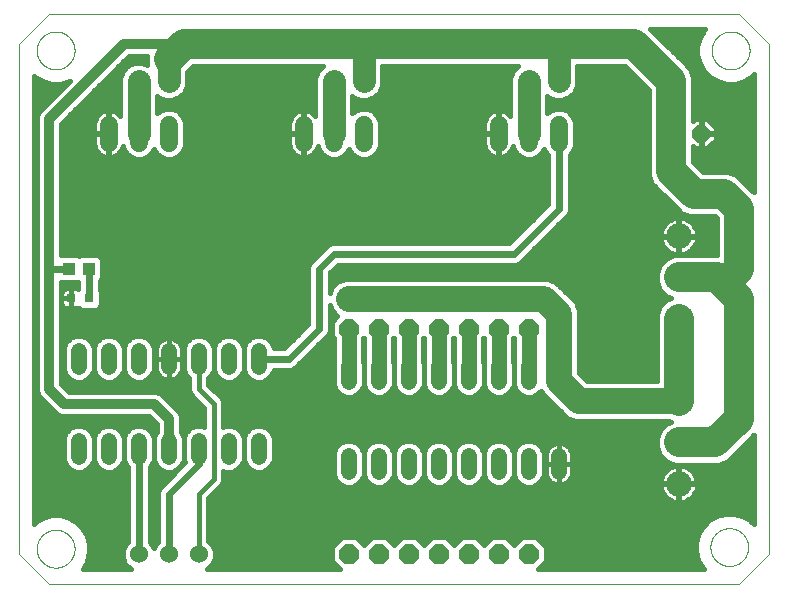
<source format=gtl>
G75*
%MOIN*%
%OFA0B0*%
%FSLAX25Y25*%
%IPPOS*%
%LPD*%
%AMOC8*
5,1,8,0,0,1.08239X$1,22.5*
%
%ADD10C,0.00000*%
%ADD11C,0.06000*%
%ADD12C,0.05200*%
%ADD13C,0.06000*%
%ADD14R,0.03150X0.03150*%
%ADD15R,0.03937X0.04331*%
%ADD16OC8,0.06600*%
%ADD17OC8,0.06000*%
%ADD18C,0.08600*%
%ADD19C,0.01600*%
%ADD20C,0.10000*%
%ADD21C,0.07600*%
%ADD22C,0.03200*%
%ADD23C,0.02400*%
%ADD24C,0.08600*%
%ADD25C,0.05000*%
D10*
X0024988Y0073933D02*
X0254988Y0073933D01*
X0264988Y0083933D01*
X0264988Y0253933D01*
X0254988Y0263933D01*
X0024988Y0263933D01*
X0014988Y0253933D01*
X0014988Y0083933D01*
X0024988Y0073933D01*
X0020993Y0085606D02*
X0020995Y0085764D01*
X0021001Y0085922D01*
X0021011Y0086080D01*
X0021025Y0086238D01*
X0021043Y0086395D01*
X0021064Y0086552D01*
X0021090Y0086708D01*
X0021120Y0086864D01*
X0021153Y0087019D01*
X0021191Y0087172D01*
X0021232Y0087325D01*
X0021277Y0087477D01*
X0021326Y0087628D01*
X0021379Y0087777D01*
X0021435Y0087925D01*
X0021495Y0088071D01*
X0021559Y0088216D01*
X0021627Y0088359D01*
X0021698Y0088501D01*
X0021772Y0088641D01*
X0021850Y0088778D01*
X0021932Y0088914D01*
X0022016Y0089048D01*
X0022105Y0089179D01*
X0022196Y0089308D01*
X0022291Y0089435D01*
X0022388Y0089560D01*
X0022489Y0089682D01*
X0022593Y0089801D01*
X0022700Y0089918D01*
X0022810Y0090032D01*
X0022923Y0090143D01*
X0023038Y0090252D01*
X0023156Y0090357D01*
X0023277Y0090459D01*
X0023400Y0090559D01*
X0023526Y0090655D01*
X0023654Y0090748D01*
X0023784Y0090838D01*
X0023917Y0090924D01*
X0024052Y0091008D01*
X0024188Y0091087D01*
X0024327Y0091164D01*
X0024468Y0091236D01*
X0024610Y0091306D01*
X0024754Y0091371D01*
X0024900Y0091433D01*
X0025047Y0091491D01*
X0025196Y0091546D01*
X0025346Y0091597D01*
X0025497Y0091644D01*
X0025649Y0091687D01*
X0025802Y0091726D01*
X0025957Y0091762D01*
X0026112Y0091793D01*
X0026268Y0091821D01*
X0026424Y0091845D01*
X0026581Y0091865D01*
X0026739Y0091881D01*
X0026896Y0091893D01*
X0027055Y0091901D01*
X0027213Y0091905D01*
X0027371Y0091905D01*
X0027529Y0091901D01*
X0027688Y0091893D01*
X0027845Y0091881D01*
X0028003Y0091865D01*
X0028160Y0091845D01*
X0028316Y0091821D01*
X0028472Y0091793D01*
X0028627Y0091762D01*
X0028782Y0091726D01*
X0028935Y0091687D01*
X0029087Y0091644D01*
X0029238Y0091597D01*
X0029388Y0091546D01*
X0029537Y0091491D01*
X0029684Y0091433D01*
X0029830Y0091371D01*
X0029974Y0091306D01*
X0030116Y0091236D01*
X0030257Y0091164D01*
X0030396Y0091087D01*
X0030532Y0091008D01*
X0030667Y0090924D01*
X0030800Y0090838D01*
X0030930Y0090748D01*
X0031058Y0090655D01*
X0031184Y0090559D01*
X0031307Y0090459D01*
X0031428Y0090357D01*
X0031546Y0090252D01*
X0031661Y0090143D01*
X0031774Y0090032D01*
X0031884Y0089918D01*
X0031991Y0089801D01*
X0032095Y0089682D01*
X0032196Y0089560D01*
X0032293Y0089435D01*
X0032388Y0089308D01*
X0032479Y0089179D01*
X0032568Y0089048D01*
X0032652Y0088914D01*
X0032734Y0088778D01*
X0032812Y0088641D01*
X0032886Y0088501D01*
X0032957Y0088359D01*
X0033025Y0088216D01*
X0033089Y0088071D01*
X0033149Y0087925D01*
X0033205Y0087777D01*
X0033258Y0087628D01*
X0033307Y0087477D01*
X0033352Y0087325D01*
X0033393Y0087172D01*
X0033431Y0087019D01*
X0033464Y0086864D01*
X0033494Y0086708D01*
X0033520Y0086552D01*
X0033541Y0086395D01*
X0033559Y0086238D01*
X0033573Y0086080D01*
X0033583Y0085922D01*
X0033589Y0085764D01*
X0033591Y0085606D01*
X0033589Y0085448D01*
X0033583Y0085290D01*
X0033573Y0085132D01*
X0033559Y0084974D01*
X0033541Y0084817D01*
X0033520Y0084660D01*
X0033494Y0084504D01*
X0033464Y0084348D01*
X0033431Y0084193D01*
X0033393Y0084040D01*
X0033352Y0083887D01*
X0033307Y0083735D01*
X0033258Y0083584D01*
X0033205Y0083435D01*
X0033149Y0083287D01*
X0033089Y0083141D01*
X0033025Y0082996D01*
X0032957Y0082853D01*
X0032886Y0082711D01*
X0032812Y0082571D01*
X0032734Y0082434D01*
X0032652Y0082298D01*
X0032568Y0082164D01*
X0032479Y0082033D01*
X0032388Y0081904D01*
X0032293Y0081777D01*
X0032196Y0081652D01*
X0032095Y0081530D01*
X0031991Y0081411D01*
X0031884Y0081294D01*
X0031774Y0081180D01*
X0031661Y0081069D01*
X0031546Y0080960D01*
X0031428Y0080855D01*
X0031307Y0080753D01*
X0031184Y0080653D01*
X0031058Y0080557D01*
X0030930Y0080464D01*
X0030800Y0080374D01*
X0030667Y0080288D01*
X0030532Y0080204D01*
X0030396Y0080125D01*
X0030257Y0080048D01*
X0030116Y0079976D01*
X0029974Y0079906D01*
X0029830Y0079841D01*
X0029684Y0079779D01*
X0029537Y0079721D01*
X0029388Y0079666D01*
X0029238Y0079615D01*
X0029087Y0079568D01*
X0028935Y0079525D01*
X0028782Y0079486D01*
X0028627Y0079450D01*
X0028472Y0079419D01*
X0028316Y0079391D01*
X0028160Y0079367D01*
X0028003Y0079347D01*
X0027845Y0079331D01*
X0027688Y0079319D01*
X0027529Y0079311D01*
X0027371Y0079307D01*
X0027213Y0079307D01*
X0027055Y0079311D01*
X0026896Y0079319D01*
X0026739Y0079331D01*
X0026581Y0079347D01*
X0026424Y0079367D01*
X0026268Y0079391D01*
X0026112Y0079419D01*
X0025957Y0079450D01*
X0025802Y0079486D01*
X0025649Y0079525D01*
X0025497Y0079568D01*
X0025346Y0079615D01*
X0025196Y0079666D01*
X0025047Y0079721D01*
X0024900Y0079779D01*
X0024754Y0079841D01*
X0024610Y0079906D01*
X0024468Y0079976D01*
X0024327Y0080048D01*
X0024188Y0080125D01*
X0024052Y0080204D01*
X0023917Y0080288D01*
X0023784Y0080374D01*
X0023654Y0080464D01*
X0023526Y0080557D01*
X0023400Y0080653D01*
X0023277Y0080753D01*
X0023156Y0080855D01*
X0023038Y0080960D01*
X0022923Y0081069D01*
X0022810Y0081180D01*
X0022700Y0081294D01*
X0022593Y0081411D01*
X0022489Y0081530D01*
X0022388Y0081652D01*
X0022291Y0081777D01*
X0022196Y0081904D01*
X0022105Y0082033D01*
X0022016Y0082164D01*
X0021932Y0082298D01*
X0021850Y0082434D01*
X0021772Y0082571D01*
X0021698Y0082711D01*
X0021627Y0082853D01*
X0021559Y0082996D01*
X0021495Y0083141D01*
X0021435Y0083287D01*
X0021379Y0083435D01*
X0021326Y0083584D01*
X0021277Y0083735D01*
X0021232Y0083887D01*
X0021191Y0084040D01*
X0021153Y0084193D01*
X0021120Y0084348D01*
X0021090Y0084504D01*
X0021064Y0084660D01*
X0021043Y0084817D01*
X0021025Y0084974D01*
X0021011Y0085132D01*
X0021001Y0085290D01*
X0020995Y0085448D01*
X0020993Y0085606D01*
X0020993Y0251709D02*
X0020995Y0251867D01*
X0021001Y0252025D01*
X0021011Y0252183D01*
X0021025Y0252341D01*
X0021043Y0252498D01*
X0021064Y0252655D01*
X0021090Y0252811D01*
X0021120Y0252967D01*
X0021153Y0253122D01*
X0021191Y0253275D01*
X0021232Y0253428D01*
X0021277Y0253580D01*
X0021326Y0253731D01*
X0021379Y0253880D01*
X0021435Y0254028D01*
X0021495Y0254174D01*
X0021559Y0254319D01*
X0021627Y0254462D01*
X0021698Y0254604D01*
X0021772Y0254744D01*
X0021850Y0254881D01*
X0021932Y0255017D01*
X0022016Y0255151D01*
X0022105Y0255282D01*
X0022196Y0255411D01*
X0022291Y0255538D01*
X0022388Y0255663D01*
X0022489Y0255785D01*
X0022593Y0255904D01*
X0022700Y0256021D01*
X0022810Y0256135D01*
X0022923Y0256246D01*
X0023038Y0256355D01*
X0023156Y0256460D01*
X0023277Y0256562D01*
X0023400Y0256662D01*
X0023526Y0256758D01*
X0023654Y0256851D01*
X0023784Y0256941D01*
X0023917Y0257027D01*
X0024052Y0257111D01*
X0024188Y0257190D01*
X0024327Y0257267D01*
X0024468Y0257339D01*
X0024610Y0257409D01*
X0024754Y0257474D01*
X0024900Y0257536D01*
X0025047Y0257594D01*
X0025196Y0257649D01*
X0025346Y0257700D01*
X0025497Y0257747D01*
X0025649Y0257790D01*
X0025802Y0257829D01*
X0025957Y0257865D01*
X0026112Y0257896D01*
X0026268Y0257924D01*
X0026424Y0257948D01*
X0026581Y0257968D01*
X0026739Y0257984D01*
X0026896Y0257996D01*
X0027055Y0258004D01*
X0027213Y0258008D01*
X0027371Y0258008D01*
X0027529Y0258004D01*
X0027688Y0257996D01*
X0027845Y0257984D01*
X0028003Y0257968D01*
X0028160Y0257948D01*
X0028316Y0257924D01*
X0028472Y0257896D01*
X0028627Y0257865D01*
X0028782Y0257829D01*
X0028935Y0257790D01*
X0029087Y0257747D01*
X0029238Y0257700D01*
X0029388Y0257649D01*
X0029537Y0257594D01*
X0029684Y0257536D01*
X0029830Y0257474D01*
X0029974Y0257409D01*
X0030116Y0257339D01*
X0030257Y0257267D01*
X0030396Y0257190D01*
X0030532Y0257111D01*
X0030667Y0257027D01*
X0030800Y0256941D01*
X0030930Y0256851D01*
X0031058Y0256758D01*
X0031184Y0256662D01*
X0031307Y0256562D01*
X0031428Y0256460D01*
X0031546Y0256355D01*
X0031661Y0256246D01*
X0031774Y0256135D01*
X0031884Y0256021D01*
X0031991Y0255904D01*
X0032095Y0255785D01*
X0032196Y0255663D01*
X0032293Y0255538D01*
X0032388Y0255411D01*
X0032479Y0255282D01*
X0032568Y0255151D01*
X0032652Y0255017D01*
X0032734Y0254881D01*
X0032812Y0254744D01*
X0032886Y0254604D01*
X0032957Y0254462D01*
X0033025Y0254319D01*
X0033089Y0254174D01*
X0033149Y0254028D01*
X0033205Y0253880D01*
X0033258Y0253731D01*
X0033307Y0253580D01*
X0033352Y0253428D01*
X0033393Y0253275D01*
X0033431Y0253122D01*
X0033464Y0252967D01*
X0033494Y0252811D01*
X0033520Y0252655D01*
X0033541Y0252498D01*
X0033559Y0252341D01*
X0033573Y0252183D01*
X0033583Y0252025D01*
X0033589Y0251867D01*
X0033591Y0251709D01*
X0033589Y0251551D01*
X0033583Y0251393D01*
X0033573Y0251235D01*
X0033559Y0251077D01*
X0033541Y0250920D01*
X0033520Y0250763D01*
X0033494Y0250607D01*
X0033464Y0250451D01*
X0033431Y0250296D01*
X0033393Y0250143D01*
X0033352Y0249990D01*
X0033307Y0249838D01*
X0033258Y0249687D01*
X0033205Y0249538D01*
X0033149Y0249390D01*
X0033089Y0249244D01*
X0033025Y0249099D01*
X0032957Y0248956D01*
X0032886Y0248814D01*
X0032812Y0248674D01*
X0032734Y0248537D01*
X0032652Y0248401D01*
X0032568Y0248267D01*
X0032479Y0248136D01*
X0032388Y0248007D01*
X0032293Y0247880D01*
X0032196Y0247755D01*
X0032095Y0247633D01*
X0031991Y0247514D01*
X0031884Y0247397D01*
X0031774Y0247283D01*
X0031661Y0247172D01*
X0031546Y0247063D01*
X0031428Y0246958D01*
X0031307Y0246856D01*
X0031184Y0246756D01*
X0031058Y0246660D01*
X0030930Y0246567D01*
X0030800Y0246477D01*
X0030667Y0246391D01*
X0030532Y0246307D01*
X0030396Y0246228D01*
X0030257Y0246151D01*
X0030116Y0246079D01*
X0029974Y0246009D01*
X0029830Y0245944D01*
X0029684Y0245882D01*
X0029537Y0245824D01*
X0029388Y0245769D01*
X0029238Y0245718D01*
X0029087Y0245671D01*
X0028935Y0245628D01*
X0028782Y0245589D01*
X0028627Y0245553D01*
X0028472Y0245522D01*
X0028316Y0245494D01*
X0028160Y0245470D01*
X0028003Y0245450D01*
X0027845Y0245434D01*
X0027688Y0245422D01*
X0027529Y0245414D01*
X0027371Y0245410D01*
X0027213Y0245410D01*
X0027055Y0245414D01*
X0026896Y0245422D01*
X0026739Y0245434D01*
X0026581Y0245450D01*
X0026424Y0245470D01*
X0026268Y0245494D01*
X0026112Y0245522D01*
X0025957Y0245553D01*
X0025802Y0245589D01*
X0025649Y0245628D01*
X0025497Y0245671D01*
X0025346Y0245718D01*
X0025196Y0245769D01*
X0025047Y0245824D01*
X0024900Y0245882D01*
X0024754Y0245944D01*
X0024610Y0246009D01*
X0024468Y0246079D01*
X0024327Y0246151D01*
X0024188Y0246228D01*
X0024052Y0246307D01*
X0023917Y0246391D01*
X0023784Y0246477D01*
X0023654Y0246567D01*
X0023526Y0246660D01*
X0023400Y0246756D01*
X0023277Y0246856D01*
X0023156Y0246958D01*
X0023038Y0247063D01*
X0022923Y0247172D01*
X0022810Y0247283D01*
X0022700Y0247397D01*
X0022593Y0247514D01*
X0022489Y0247633D01*
X0022388Y0247755D01*
X0022291Y0247880D01*
X0022196Y0248007D01*
X0022105Y0248136D01*
X0022016Y0248267D01*
X0021932Y0248401D01*
X0021850Y0248537D01*
X0021772Y0248674D01*
X0021698Y0248814D01*
X0021627Y0248956D01*
X0021559Y0249099D01*
X0021495Y0249244D01*
X0021435Y0249390D01*
X0021379Y0249538D01*
X0021326Y0249687D01*
X0021277Y0249838D01*
X0021232Y0249990D01*
X0021191Y0250143D01*
X0021153Y0250296D01*
X0021120Y0250451D01*
X0021090Y0250607D01*
X0021064Y0250763D01*
X0021043Y0250920D01*
X0021025Y0251077D01*
X0021011Y0251235D01*
X0021001Y0251393D01*
X0020995Y0251551D01*
X0020993Y0251709D01*
X0245993Y0251709D02*
X0245995Y0251867D01*
X0246001Y0252025D01*
X0246011Y0252183D01*
X0246025Y0252341D01*
X0246043Y0252498D01*
X0246064Y0252655D01*
X0246090Y0252811D01*
X0246120Y0252967D01*
X0246153Y0253122D01*
X0246191Y0253275D01*
X0246232Y0253428D01*
X0246277Y0253580D01*
X0246326Y0253731D01*
X0246379Y0253880D01*
X0246435Y0254028D01*
X0246495Y0254174D01*
X0246559Y0254319D01*
X0246627Y0254462D01*
X0246698Y0254604D01*
X0246772Y0254744D01*
X0246850Y0254881D01*
X0246932Y0255017D01*
X0247016Y0255151D01*
X0247105Y0255282D01*
X0247196Y0255411D01*
X0247291Y0255538D01*
X0247388Y0255663D01*
X0247489Y0255785D01*
X0247593Y0255904D01*
X0247700Y0256021D01*
X0247810Y0256135D01*
X0247923Y0256246D01*
X0248038Y0256355D01*
X0248156Y0256460D01*
X0248277Y0256562D01*
X0248400Y0256662D01*
X0248526Y0256758D01*
X0248654Y0256851D01*
X0248784Y0256941D01*
X0248917Y0257027D01*
X0249052Y0257111D01*
X0249188Y0257190D01*
X0249327Y0257267D01*
X0249468Y0257339D01*
X0249610Y0257409D01*
X0249754Y0257474D01*
X0249900Y0257536D01*
X0250047Y0257594D01*
X0250196Y0257649D01*
X0250346Y0257700D01*
X0250497Y0257747D01*
X0250649Y0257790D01*
X0250802Y0257829D01*
X0250957Y0257865D01*
X0251112Y0257896D01*
X0251268Y0257924D01*
X0251424Y0257948D01*
X0251581Y0257968D01*
X0251739Y0257984D01*
X0251896Y0257996D01*
X0252055Y0258004D01*
X0252213Y0258008D01*
X0252371Y0258008D01*
X0252529Y0258004D01*
X0252688Y0257996D01*
X0252845Y0257984D01*
X0253003Y0257968D01*
X0253160Y0257948D01*
X0253316Y0257924D01*
X0253472Y0257896D01*
X0253627Y0257865D01*
X0253782Y0257829D01*
X0253935Y0257790D01*
X0254087Y0257747D01*
X0254238Y0257700D01*
X0254388Y0257649D01*
X0254537Y0257594D01*
X0254684Y0257536D01*
X0254830Y0257474D01*
X0254974Y0257409D01*
X0255116Y0257339D01*
X0255257Y0257267D01*
X0255396Y0257190D01*
X0255532Y0257111D01*
X0255667Y0257027D01*
X0255800Y0256941D01*
X0255930Y0256851D01*
X0256058Y0256758D01*
X0256184Y0256662D01*
X0256307Y0256562D01*
X0256428Y0256460D01*
X0256546Y0256355D01*
X0256661Y0256246D01*
X0256774Y0256135D01*
X0256884Y0256021D01*
X0256991Y0255904D01*
X0257095Y0255785D01*
X0257196Y0255663D01*
X0257293Y0255538D01*
X0257388Y0255411D01*
X0257479Y0255282D01*
X0257568Y0255151D01*
X0257652Y0255017D01*
X0257734Y0254881D01*
X0257812Y0254744D01*
X0257886Y0254604D01*
X0257957Y0254462D01*
X0258025Y0254319D01*
X0258089Y0254174D01*
X0258149Y0254028D01*
X0258205Y0253880D01*
X0258258Y0253731D01*
X0258307Y0253580D01*
X0258352Y0253428D01*
X0258393Y0253275D01*
X0258431Y0253122D01*
X0258464Y0252967D01*
X0258494Y0252811D01*
X0258520Y0252655D01*
X0258541Y0252498D01*
X0258559Y0252341D01*
X0258573Y0252183D01*
X0258583Y0252025D01*
X0258589Y0251867D01*
X0258591Y0251709D01*
X0258589Y0251551D01*
X0258583Y0251393D01*
X0258573Y0251235D01*
X0258559Y0251077D01*
X0258541Y0250920D01*
X0258520Y0250763D01*
X0258494Y0250607D01*
X0258464Y0250451D01*
X0258431Y0250296D01*
X0258393Y0250143D01*
X0258352Y0249990D01*
X0258307Y0249838D01*
X0258258Y0249687D01*
X0258205Y0249538D01*
X0258149Y0249390D01*
X0258089Y0249244D01*
X0258025Y0249099D01*
X0257957Y0248956D01*
X0257886Y0248814D01*
X0257812Y0248674D01*
X0257734Y0248537D01*
X0257652Y0248401D01*
X0257568Y0248267D01*
X0257479Y0248136D01*
X0257388Y0248007D01*
X0257293Y0247880D01*
X0257196Y0247755D01*
X0257095Y0247633D01*
X0256991Y0247514D01*
X0256884Y0247397D01*
X0256774Y0247283D01*
X0256661Y0247172D01*
X0256546Y0247063D01*
X0256428Y0246958D01*
X0256307Y0246856D01*
X0256184Y0246756D01*
X0256058Y0246660D01*
X0255930Y0246567D01*
X0255800Y0246477D01*
X0255667Y0246391D01*
X0255532Y0246307D01*
X0255396Y0246228D01*
X0255257Y0246151D01*
X0255116Y0246079D01*
X0254974Y0246009D01*
X0254830Y0245944D01*
X0254684Y0245882D01*
X0254537Y0245824D01*
X0254388Y0245769D01*
X0254238Y0245718D01*
X0254087Y0245671D01*
X0253935Y0245628D01*
X0253782Y0245589D01*
X0253627Y0245553D01*
X0253472Y0245522D01*
X0253316Y0245494D01*
X0253160Y0245470D01*
X0253003Y0245450D01*
X0252845Y0245434D01*
X0252688Y0245422D01*
X0252529Y0245414D01*
X0252371Y0245410D01*
X0252213Y0245410D01*
X0252055Y0245414D01*
X0251896Y0245422D01*
X0251739Y0245434D01*
X0251581Y0245450D01*
X0251424Y0245470D01*
X0251268Y0245494D01*
X0251112Y0245522D01*
X0250957Y0245553D01*
X0250802Y0245589D01*
X0250649Y0245628D01*
X0250497Y0245671D01*
X0250346Y0245718D01*
X0250196Y0245769D01*
X0250047Y0245824D01*
X0249900Y0245882D01*
X0249754Y0245944D01*
X0249610Y0246009D01*
X0249468Y0246079D01*
X0249327Y0246151D01*
X0249188Y0246228D01*
X0249052Y0246307D01*
X0248917Y0246391D01*
X0248784Y0246477D01*
X0248654Y0246567D01*
X0248526Y0246660D01*
X0248400Y0246756D01*
X0248277Y0246856D01*
X0248156Y0246958D01*
X0248038Y0247063D01*
X0247923Y0247172D01*
X0247810Y0247283D01*
X0247700Y0247397D01*
X0247593Y0247514D01*
X0247489Y0247633D01*
X0247388Y0247755D01*
X0247291Y0247880D01*
X0247196Y0248007D01*
X0247105Y0248136D01*
X0247016Y0248267D01*
X0246932Y0248401D01*
X0246850Y0248537D01*
X0246772Y0248674D01*
X0246698Y0248814D01*
X0246627Y0248956D01*
X0246559Y0249099D01*
X0246495Y0249244D01*
X0246435Y0249390D01*
X0246379Y0249538D01*
X0246326Y0249687D01*
X0246277Y0249838D01*
X0246232Y0249990D01*
X0246191Y0250143D01*
X0246153Y0250296D01*
X0246120Y0250451D01*
X0246090Y0250607D01*
X0246064Y0250763D01*
X0246043Y0250920D01*
X0246025Y0251077D01*
X0246011Y0251235D01*
X0246001Y0251393D01*
X0245995Y0251551D01*
X0245993Y0251709D01*
X0245520Y0086157D02*
X0245522Y0086315D01*
X0245528Y0086473D01*
X0245538Y0086631D01*
X0245552Y0086789D01*
X0245570Y0086946D01*
X0245591Y0087103D01*
X0245617Y0087259D01*
X0245647Y0087415D01*
X0245680Y0087570D01*
X0245718Y0087723D01*
X0245759Y0087876D01*
X0245804Y0088028D01*
X0245853Y0088179D01*
X0245906Y0088328D01*
X0245962Y0088476D01*
X0246022Y0088622D01*
X0246086Y0088767D01*
X0246154Y0088910D01*
X0246225Y0089052D01*
X0246299Y0089192D01*
X0246377Y0089329D01*
X0246459Y0089465D01*
X0246543Y0089599D01*
X0246632Y0089730D01*
X0246723Y0089859D01*
X0246818Y0089986D01*
X0246915Y0090111D01*
X0247016Y0090233D01*
X0247120Y0090352D01*
X0247227Y0090469D01*
X0247337Y0090583D01*
X0247450Y0090694D01*
X0247565Y0090803D01*
X0247683Y0090908D01*
X0247804Y0091010D01*
X0247927Y0091110D01*
X0248053Y0091206D01*
X0248181Y0091299D01*
X0248311Y0091389D01*
X0248444Y0091475D01*
X0248579Y0091559D01*
X0248715Y0091638D01*
X0248854Y0091715D01*
X0248995Y0091787D01*
X0249137Y0091857D01*
X0249281Y0091922D01*
X0249427Y0091984D01*
X0249574Y0092042D01*
X0249723Y0092097D01*
X0249873Y0092148D01*
X0250024Y0092195D01*
X0250176Y0092238D01*
X0250329Y0092277D01*
X0250484Y0092313D01*
X0250639Y0092344D01*
X0250795Y0092372D01*
X0250951Y0092396D01*
X0251108Y0092416D01*
X0251266Y0092432D01*
X0251423Y0092444D01*
X0251582Y0092452D01*
X0251740Y0092456D01*
X0251898Y0092456D01*
X0252056Y0092452D01*
X0252215Y0092444D01*
X0252372Y0092432D01*
X0252530Y0092416D01*
X0252687Y0092396D01*
X0252843Y0092372D01*
X0252999Y0092344D01*
X0253154Y0092313D01*
X0253309Y0092277D01*
X0253462Y0092238D01*
X0253614Y0092195D01*
X0253765Y0092148D01*
X0253915Y0092097D01*
X0254064Y0092042D01*
X0254211Y0091984D01*
X0254357Y0091922D01*
X0254501Y0091857D01*
X0254643Y0091787D01*
X0254784Y0091715D01*
X0254923Y0091638D01*
X0255059Y0091559D01*
X0255194Y0091475D01*
X0255327Y0091389D01*
X0255457Y0091299D01*
X0255585Y0091206D01*
X0255711Y0091110D01*
X0255834Y0091010D01*
X0255955Y0090908D01*
X0256073Y0090803D01*
X0256188Y0090694D01*
X0256301Y0090583D01*
X0256411Y0090469D01*
X0256518Y0090352D01*
X0256622Y0090233D01*
X0256723Y0090111D01*
X0256820Y0089986D01*
X0256915Y0089859D01*
X0257006Y0089730D01*
X0257095Y0089599D01*
X0257179Y0089465D01*
X0257261Y0089329D01*
X0257339Y0089192D01*
X0257413Y0089052D01*
X0257484Y0088910D01*
X0257552Y0088767D01*
X0257616Y0088622D01*
X0257676Y0088476D01*
X0257732Y0088328D01*
X0257785Y0088179D01*
X0257834Y0088028D01*
X0257879Y0087876D01*
X0257920Y0087723D01*
X0257958Y0087570D01*
X0257991Y0087415D01*
X0258021Y0087259D01*
X0258047Y0087103D01*
X0258068Y0086946D01*
X0258086Y0086789D01*
X0258100Y0086631D01*
X0258110Y0086473D01*
X0258116Y0086315D01*
X0258118Y0086157D01*
X0258116Y0085999D01*
X0258110Y0085841D01*
X0258100Y0085683D01*
X0258086Y0085525D01*
X0258068Y0085368D01*
X0258047Y0085211D01*
X0258021Y0085055D01*
X0257991Y0084899D01*
X0257958Y0084744D01*
X0257920Y0084591D01*
X0257879Y0084438D01*
X0257834Y0084286D01*
X0257785Y0084135D01*
X0257732Y0083986D01*
X0257676Y0083838D01*
X0257616Y0083692D01*
X0257552Y0083547D01*
X0257484Y0083404D01*
X0257413Y0083262D01*
X0257339Y0083122D01*
X0257261Y0082985D01*
X0257179Y0082849D01*
X0257095Y0082715D01*
X0257006Y0082584D01*
X0256915Y0082455D01*
X0256820Y0082328D01*
X0256723Y0082203D01*
X0256622Y0082081D01*
X0256518Y0081962D01*
X0256411Y0081845D01*
X0256301Y0081731D01*
X0256188Y0081620D01*
X0256073Y0081511D01*
X0255955Y0081406D01*
X0255834Y0081304D01*
X0255711Y0081204D01*
X0255585Y0081108D01*
X0255457Y0081015D01*
X0255327Y0080925D01*
X0255194Y0080839D01*
X0255059Y0080755D01*
X0254923Y0080676D01*
X0254784Y0080599D01*
X0254643Y0080527D01*
X0254501Y0080457D01*
X0254357Y0080392D01*
X0254211Y0080330D01*
X0254064Y0080272D01*
X0253915Y0080217D01*
X0253765Y0080166D01*
X0253614Y0080119D01*
X0253462Y0080076D01*
X0253309Y0080037D01*
X0253154Y0080001D01*
X0252999Y0079970D01*
X0252843Y0079942D01*
X0252687Y0079918D01*
X0252530Y0079898D01*
X0252372Y0079882D01*
X0252215Y0079870D01*
X0252056Y0079862D01*
X0251898Y0079858D01*
X0251740Y0079858D01*
X0251582Y0079862D01*
X0251423Y0079870D01*
X0251266Y0079882D01*
X0251108Y0079898D01*
X0250951Y0079918D01*
X0250795Y0079942D01*
X0250639Y0079970D01*
X0250484Y0080001D01*
X0250329Y0080037D01*
X0250176Y0080076D01*
X0250024Y0080119D01*
X0249873Y0080166D01*
X0249723Y0080217D01*
X0249574Y0080272D01*
X0249427Y0080330D01*
X0249281Y0080392D01*
X0249137Y0080457D01*
X0248995Y0080527D01*
X0248854Y0080599D01*
X0248715Y0080676D01*
X0248579Y0080755D01*
X0248444Y0080839D01*
X0248311Y0080925D01*
X0248181Y0081015D01*
X0248053Y0081108D01*
X0247927Y0081204D01*
X0247804Y0081304D01*
X0247683Y0081406D01*
X0247565Y0081511D01*
X0247450Y0081620D01*
X0247337Y0081731D01*
X0247227Y0081845D01*
X0247120Y0081962D01*
X0247016Y0082081D01*
X0246915Y0082203D01*
X0246818Y0082328D01*
X0246723Y0082455D01*
X0246632Y0082584D01*
X0246543Y0082715D01*
X0246459Y0082849D01*
X0246377Y0082985D01*
X0246299Y0083122D01*
X0246225Y0083262D01*
X0246154Y0083404D01*
X0246086Y0083547D01*
X0246022Y0083692D01*
X0245962Y0083838D01*
X0245906Y0083986D01*
X0245853Y0084135D01*
X0245804Y0084286D01*
X0245759Y0084438D01*
X0245718Y0084591D01*
X0245680Y0084744D01*
X0245647Y0084899D01*
X0245617Y0085055D01*
X0245591Y0085211D01*
X0245570Y0085368D01*
X0245552Y0085525D01*
X0245538Y0085683D01*
X0245528Y0085841D01*
X0245522Y0085999D01*
X0245520Y0086157D01*
D11*
X0194988Y0220933D02*
X0194988Y0226933D01*
X0184988Y0226933D02*
X0184988Y0220933D01*
X0174988Y0220933D02*
X0174988Y0226933D01*
X0129988Y0226933D02*
X0129988Y0220933D01*
X0119988Y0220933D02*
X0119988Y0226933D01*
X0109988Y0226933D02*
X0109988Y0220933D01*
X0064988Y0220933D02*
X0064988Y0226933D01*
X0054988Y0226933D02*
X0054988Y0220933D01*
X0044988Y0220933D02*
X0044988Y0226933D01*
D12*
X0044988Y0151533D02*
X0044988Y0146333D01*
X0034988Y0146333D02*
X0034988Y0151533D01*
X0054988Y0151533D02*
X0054988Y0146333D01*
X0064988Y0146333D02*
X0064988Y0151533D01*
X0074988Y0151533D02*
X0074988Y0146333D01*
X0084988Y0146333D02*
X0084988Y0151533D01*
X0094988Y0151533D02*
X0094988Y0146333D01*
X0124988Y0146533D02*
X0124988Y0141333D01*
X0134988Y0141333D02*
X0134988Y0146533D01*
X0144988Y0146533D02*
X0144988Y0141333D01*
X0154988Y0141333D02*
X0154988Y0146533D01*
X0164988Y0146533D02*
X0164988Y0141333D01*
X0174988Y0141333D02*
X0174988Y0146533D01*
X0184988Y0146533D02*
X0184988Y0141333D01*
X0194988Y0141333D02*
X0194988Y0146533D01*
X0194988Y0116533D02*
X0194988Y0111333D01*
X0184988Y0111333D02*
X0184988Y0116533D01*
X0174988Y0116533D02*
X0174988Y0111333D01*
X0164988Y0111333D02*
X0164988Y0116533D01*
X0154988Y0116533D02*
X0154988Y0111333D01*
X0144988Y0111333D02*
X0144988Y0116533D01*
X0134988Y0116533D02*
X0134988Y0111333D01*
X0124988Y0111333D02*
X0124988Y0116533D01*
X0094988Y0116333D02*
X0094988Y0121533D01*
X0084988Y0121533D02*
X0084988Y0116333D01*
X0074988Y0116333D02*
X0074988Y0121533D01*
X0064988Y0121533D02*
X0064988Y0116333D01*
X0054988Y0116333D02*
X0054988Y0121533D01*
X0044988Y0121533D02*
X0044988Y0116333D01*
X0034988Y0116333D02*
X0034988Y0121533D01*
D13*
X0054988Y0083683D03*
X0064988Y0083683D03*
X0074988Y0083683D03*
D14*
X0038416Y0169058D03*
X0032511Y0169058D03*
D15*
X0031642Y0178933D03*
X0038335Y0178933D03*
D16*
X0124988Y0168933D03*
X0134988Y0168933D03*
X0144988Y0168933D03*
X0154988Y0168933D03*
X0164988Y0168933D03*
X0174988Y0168933D03*
X0184988Y0168933D03*
X0184988Y0158933D03*
X0174988Y0158933D03*
X0164988Y0158933D03*
X0154988Y0158933D03*
X0144988Y0158933D03*
X0134988Y0158933D03*
X0124988Y0158933D03*
X0124988Y0083933D03*
X0134988Y0083933D03*
X0144988Y0083933D03*
X0154988Y0083933D03*
X0164988Y0083933D03*
X0174988Y0083933D03*
X0184988Y0083933D03*
D17*
X0232488Y0223933D03*
X0242488Y0223933D03*
X0194988Y0241433D03*
X0184988Y0241433D03*
X0129988Y0241433D03*
X0119988Y0241433D03*
X0064988Y0241433D03*
X0054988Y0241433D03*
D18*
X0234988Y0189799D03*
X0234988Y0176020D03*
X0234988Y0162240D03*
X0234988Y0134799D03*
X0234988Y0121020D03*
X0234988Y0107240D03*
D19*
X0234804Y0107390D02*
X0196942Y0107390D01*
X0196677Y0107255D02*
X0197295Y0107570D01*
X0197855Y0107977D01*
X0198345Y0108467D01*
X0198752Y0109027D01*
X0199066Y0109644D01*
X0199280Y0110303D01*
X0199388Y0110987D01*
X0199388Y0113933D01*
X0194989Y0113933D01*
X0194989Y0113933D01*
X0199388Y0113933D01*
X0199388Y0116879D01*
X0199280Y0117563D01*
X0199066Y0118222D01*
X0198752Y0118839D01*
X0198345Y0119399D01*
X0197855Y0119889D01*
X0197295Y0120296D01*
X0196677Y0120611D01*
X0196019Y0120825D01*
X0195335Y0120933D01*
X0194989Y0120933D01*
X0194989Y0113933D01*
X0194989Y0106933D01*
X0195335Y0106933D01*
X0196019Y0107041D01*
X0196677Y0107255D01*
X0194989Y0107390D02*
X0194988Y0107390D01*
X0194988Y0106933D02*
X0194988Y0113933D01*
X0190588Y0113933D01*
X0190588Y0110987D01*
X0190697Y0110303D01*
X0190911Y0109644D01*
X0191225Y0109027D01*
X0191632Y0108467D01*
X0192122Y0107977D01*
X0192682Y0107570D01*
X0193299Y0107255D01*
X0193958Y0107041D01*
X0194642Y0106933D01*
X0194988Y0106933D01*
X0193035Y0107390D02*
X0188117Y0107390D01*
X0187821Y0107094D02*
X0189227Y0108501D01*
X0189988Y0110338D01*
X0189988Y0117528D01*
X0189227Y0119365D01*
X0187821Y0120772D01*
X0185983Y0121533D01*
X0183994Y0121533D01*
X0182156Y0120772D01*
X0180750Y0119365D01*
X0179988Y0117528D01*
X0179227Y0119365D01*
X0177821Y0120772D01*
X0175983Y0121533D01*
X0173994Y0121533D01*
X0172156Y0120772D01*
X0170750Y0119365D01*
X0169988Y0117528D01*
X0169227Y0119365D01*
X0167821Y0120772D01*
X0165983Y0121533D01*
X0163994Y0121533D01*
X0162156Y0120772D01*
X0160750Y0119365D01*
X0159988Y0117528D01*
X0159227Y0119365D01*
X0157821Y0120772D01*
X0155983Y0121533D01*
X0153994Y0121533D01*
X0152156Y0120772D01*
X0150750Y0119365D01*
X0149988Y0117528D01*
X0149227Y0119365D01*
X0147821Y0120772D01*
X0145983Y0121533D01*
X0143994Y0121533D01*
X0142156Y0120772D01*
X0140750Y0119365D01*
X0139988Y0117528D01*
X0139227Y0119365D01*
X0137821Y0120772D01*
X0135983Y0121533D01*
X0133994Y0121533D01*
X0132156Y0120772D01*
X0130750Y0119365D01*
X0129988Y0117528D01*
X0129227Y0119365D01*
X0127821Y0120772D01*
X0125983Y0121533D01*
X0123994Y0121533D01*
X0122156Y0120772D01*
X0120750Y0119365D01*
X0119988Y0117528D01*
X0119988Y0110338D01*
X0120750Y0108501D01*
X0122156Y0107094D01*
X0123994Y0106333D01*
X0125983Y0106333D01*
X0127821Y0107094D01*
X0129227Y0108501D01*
X0129988Y0110338D01*
X0130750Y0108501D01*
X0132156Y0107094D01*
X0133994Y0106333D01*
X0135983Y0106333D01*
X0137821Y0107094D01*
X0139227Y0108501D01*
X0139988Y0110338D01*
X0140750Y0108501D01*
X0142156Y0107094D01*
X0143994Y0106333D01*
X0145983Y0106333D01*
X0147821Y0107094D01*
X0149227Y0108501D01*
X0149988Y0110338D01*
X0150750Y0108501D01*
X0152156Y0107094D01*
X0153994Y0106333D01*
X0155983Y0106333D01*
X0157821Y0107094D01*
X0159227Y0108501D01*
X0159988Y0110338D01*
X0159988Y0117528D01*
X0159988Y0110338D01*
X0160750Y0108501D01*
X0162156Y0107094D01*
X0163994Y0106333D01*
X0165983Y0106333D01*
X0167821Y0107094D01*
X0169227Y0108501D01*
X0169988Y0110338D01*
X0170750Y0108501D01*
X0172156Y0107094D01*
X0173994Y0106333D01*
X0175983Y0106333D01*
X0177821Y0107094D01*
X0179227Y0108501D01*
X0179988Y0110338D01*
X0180750Y0108501D01*
X0182156Y0107094D01*
X0183994Y0106333D01*
X0185983Y0106333D01*
X0187821Y0107094D01*
X0189429Y0108989D02*
X0191253Y0108989D01*
X0190652Y0110587D02*
X0189988Y0110587D01*
X0189988Y0112186D02*
X0190588Y0112186D01*
X0190588Y0113784D02*
X0189988Y0113784D01*
X0190588Y0113933D02*
X0194988Y0113933D01*
X0194988Y0113933D01*
X0194989Y0113933D01*
X0194988Y0113933D01*
X0194988Y0120933D01*
X0194642Y0120933D01*
X0193958Y0120825D01*
X0193299Y0120611D01*
X0192682Y0120296D01*
X0192122Y0119889D01*
X0191632Y0119399D01*
X0191225Y0118839D01*
X0190911Y0118222D01*
X0190697Y0117563D01*
X0190588Y0116879D01*
X0190588Y0113933D01*
X0190588Y0115383D02*
X0189988Y0115383D01*
X0189988Y0116981D02*
X0190605Y0116981D01*
X0191093Y0118580D02*
X0189553Y0118580D01*
X0188414Y0120178D02*
X0192520Y0120178D01*
X0194988Y0120178D02*
X0194989Y0120178D01*
X0194988Y0118580D02*
X0194989Y0118580D01*
X0194988Y0116981D02*
X0194989Y0116981D01*
X0194988Y0115383D02*
X0194989Y0115383D01*
X0194988Y0113784D02*
X0194989Y0113784D01*
X0194988Y0112186D02*
X0194989Y0112186D01*
X0194988Y0110587D02*
X0194989Y0110587D01*
X0194988Y0108989D02*
X0194989Y0108989D01*
X0198724Y0108989D02*
X0229143Y0108989D01*
X0229039Y0108669D02*
X0229335Y0109582D01*
X0229771Y0110437D01*
X0230336Y0111214D01*
X0231015Y0111893D01*
X0231791Y0112457D01*
X0232647Y0112893D01*
X0233560Y0113190D01*
X0234508Y0113340D01*
X0234804Y0113340D01*
X0234804Y0107424D01*
X0234804Y0107056D01*
X0228888Y0107056D01*
X0228888Y0106760D01*
X0229039Y0105812D01*
X0229335Y0104899D01*
X0229771Y0104043D01*
X0230336Y0103266D01*
X0231015Y0102587D01*
X0231791Y0102023D01*
X0232647Y0101587D01*
X0233560Y0101290D01*
X0234508Y0101140D01*
X0234804Y0101140D01*
X0234804Y0107056D01*
X0235173Y0107056D01*
X0235173Y0107424D01*
X0241088Y0107424D01*
X0241088Y0107720D01*
X0240938Y0108669D01*
X0240642Y0109582D01*
X0240206Y0110437D01*
X0239641Y0111214D01*
X0238962Y0111893D01*
X0238186Y0112457D01*
X0237330Y0112893D01*
X0236417Y0113190D01*
X0235469Y0113340D01*
X0235173Y0113340D01*
X0235173Y0107424D01*
X0234804Y0107424D01*
X0228888Y0107424D01*
X0228888Y0107720D01*
X0229039Y0108669D01*
X0229880Y0110587D02*
X0199325Y0110587D01*
X0199388Y0112186D02*
X0231418Y0112186D01*
X0233119Y0113784D02*
X0199388Y0113784D01*
X0199388Y0115383D02*
X0230160Y0115383D01*
X0230797Y0114746D02*
X0228715Y0116828D01*
X0227588Y0119548D01*
X0227588Y0122492D01*
X0228715Y0125211D01*
X0230797Y0127293D01*
X0232285Y0127909D01*
X0231827Y0128099D01*
X0200290Y0128099D01*
X0197827Y0129119D01*
X0195942Y0131004D01*
X0189309Y0137638D01*
X0189032Y0138305D01*
X0187821Y0137094D01*
X0185983Y0136333D01*
X0183994Y0136333D01*
X0182156Y0137094D01*
X0180750Y0138501D01*
X0179988Y0140338D01*
X0179988Y0147528D01*
X0179888Y0147769D01*
X0179888Y0155772D01*
X0179988Y0155872D01*
X0180088Y0155772D01*
X0180088Y0147769D01*
X0179988Y0147528D01*
X0179988Y0140338D01*
X0179227Y0138501D01*
X0177821Y0137094D01*
X0175983Y0136333D01*
X0173994Y0136333D01*
X0172156Y0137094D01*
X0170750Y0138501D01*
X0169988Y0140338D01*
X0169988Y0147528D01*
X0169888Y0147769D01*
X0169888Y0155772D01*
X0169988Y0155872D01*
X0170088Y0155772D01*
X0170088Y0147769D01*
X0169988Y0147528D01*
X0169988Y0140338D01*
X0169227Y0138501D01*
X0167821Y0137094D01*
X0165983Y0136333D01*
X0163994Y0136333D01*
X0162156Y0137094D01*
X0160750Y0138501D01*
X0159988Y0140338D01*
X0159988Y0147528D01*
X0159888Y0147769D01*
X0159888Y0155772D01*
X0159988Y0155872D01*
X0160088Y0155772D01*
X0160088Y0147769D01*
X0159988Y0147528D01*
X0159988Y0140338D01*
X0159227Y0138501D01*
X0157821Y0137094D01*
X0155983Y0136333D01*
X0153994Y0136333D01*
X0152156Y0137094D01*
X0150750Y0138501D01*
X0149988Y0140338D01*
X0149988Y0147528D01*
X0149888Y0147769D01*
X0149888Y0155772D01*
X0149988Y0155872D01*
X0150088Y0155772D01*
X0150088Y0147769D01*
X0149988Y0147528D01*
X0149988Y0140338D01*
X0149227Y0138501D01*
X0147821Y0137094D01*
X0145983Y0136333D01*
X0143994Y0136333D01*
X0142156Y0137094D01*
X0140750Y0138501D01*
X0139988Y0140338D01*
X0139988Y0147528D01*
X0139888Y0147769D01*
X0139888Y0155772D01*
X0139988Y0155872D01*
X0140088Y0155772D01*
X0140088Y0147769D01*
X0139988Y0147528D01*
X0139988Y0140338D01*
X0139227Y0138501D01*
X0137821Y0137094D01*
X0135983Y0136333D01*
X0133994Y0136333D01*
X0132156Y0137094D01*
X0130750Y0138501D01*
X0129988Y0140338D01*
X0129988Y0147528D01*
X0129888Y0147769D01*
X0129888Y0155772D01*
X0129988Y0155872D01*
X0130088Y0155772D01*
X0130088Y0147769D01*
X0129988Y0147528D01*
X0129988Y0140338D01*
X0129227Y0138501D01*
X0127821Y0137094D01*
X0125983Y0136333D01*
X0123994Y0136333D01*
X0122156Y0137094D01*
X0120750Y0138501D01*
X0119988Y0140338D01*
X0119988Y0147528D01*
X0120088Y0147769D01*
X0120088Y0155772D01*
X0119288Y0156572D01*
X0119288Y0161294D01*
X0121232Y0163237D01*
X0121193Y0163253D01*
X0119309Y0165138D01*
X0118588Y0166876D01*
X0118588Y0158217D01*
X0118040Y0156894D01*
X0117028Y0155881D01*
X0107028Y0145881D01*
X0105705Y0145333D01*
X0099986Y0145333D01*
X0099227Y0143501D01*
X0097821Y0142094D01*
X0095983Y0141333D01*
X0093994Y0141333D01*
X0092156Y0142094D01*
X0090750Y0143501D01*
X0089988Y0145338D01*
X0089988Y0152528D01*
X0089227Y0154365D01*
X0087821Y0155772D01*
X0085983Y0156533D01*
X0083994Y0156533D01*
X0082156Y0155772D01*
X0080750Y0154365D01*
X0079988Y0152528D01*
X0079227Y0154365D01*
X0077821Y0155772D01*
X0075983Y0156533D01*
X0073994Y0156533D01*
X0072156Y0155772D01*
X0070750Y0154365D01*
X0069988Y0152528D01*
X0069988Y0145338D01*
X0070750Y0143501D01*
X0071788Y0142462D01*
X0071788Y0138297D01*
X0072276Y0137120D01*
X0073176Y0136220D01*
X0076788Y0132608D01*
X0076788Y0126199D01*
X0075983Y0126533D01*
X0073994Y0126533D01*
X0072156Y0125772D01*
X0070750Y0124365D01*
X0069988Y0122528D01*
X0069227Y0124365D01*
X0068988Y0124604D01*
X0068988Y0129729D01*
X0068380Y0131199D01*
X0063380Y0136199D01*
X0062254Y0137324D01*
X0060784Y0137933D01*
X0031645Y0137933D01*
X0028988Y0140590D01*
X0028988Y0174454D01*
X0029196Y0174368D01*
X0034088Y0174368D01*
X0034735Y0174636D01*
X0034735Y0172322D01*
X0034323Y0172433D01*
X0032511Y0172433D01*
X0032511Y0169058D01*
X0032511Y0165683D01*
X0034323Y0165683D01*
X0034780Y0165806D01*
X0034999Y0165932D01*
X0035482Y0165449D01*
X0036364Y0165083D01*
X0040468Y0165083D01*
X0041351Y0165449D01*
X0042026Y0166124D01*
X0042391Y0167006D01*
X0042391Y0171110D01*
X0042026Y0171992D01*
X0041935Y0172083D01*
X0041935Y0175005D01*
X0042338Y0175408D01*
X0042703Y0176290D01*
X0042703Y0181576D01*
X0042338Y0182458D01*
X0041663Y0183133D01*
X0040781Y0183498D01*
X0035889Y0183498D01*
X0035007Y0183133D01*
X0034988Y0183115D01*
X0034970Y0183133D01*
X0034088Y0183498D01*
X0029196Y0183498D01*
X0028988Y0183412D01*
X0028988Y0227276D01*
X0051645Y0249933D01*
X0057588Y0249933D01*
X0057588Y0247461D01*
X0057786Y0246985D01*
X0056222Y0247633D01*
X0053755Y0247633D01*
X0051476Y0246689D01*
X0049732Y0244945D01*
X0048788Y0242666D01*
X0048788Y0229869D01*
X0048650Y0230060D01*
X0048115Y0230594D01*
X0047504Y0231038D01*
X0046831Y0231381D01*
X0046112Y0231615D01*
X0045366Y0231733D01*
X0045188Y0231733D01*
X0045188Y0224133D01*
X0044788Y0224133D01*
X0044788Y0223733D01*
X0040188Y0223733D01*
X0040188Y0220555D01*
X0040307Y0219809D01*
X0040540Y0219091D01*
X0040883Y0218417D01*
X0041327Y0217806D01*
X0041861Y0217272D01*
X0042473Y0216828D01*
X0043146Y0216485D01*
X0043864Y0216251D01*
X0044611Y0216133D01*
X0044788Y0216133D01*
X0044788Y0223733D01*
X0045188Y0223733D01*
X0045188Y0216133D01*
X0045366Y0216133D01*
X0046112Y0216251D01*
X0046831Y0216485D01*
X0047504Y0216828D01*
X0048115Y0217272D01*
X0048650Y0217806D01*
X0049094Y0218417D01*
X0049437Y0219091D01*
X0049643Y0219726D01*
X0050411Y0217874D01*
X0051930Y0216355D01*
X0053914Y0215533D01*
X0056063Y0215533D01*
X0058047Y0216355D01*
X0059566Y0217874D01*
X0059988Y0218893D01*
X0060411Y0217874D01*
X0061930Y0216355D01*
X0063914Y0215533D01*
X0066063Y0215533D01*
X0068047Y0216355D01*
X0069566Y0217874D01*
X0070388Y0219859D01*
X0070388Y0228007D01*
X0069566Y0229992D01*
X0068047Y0231511D01*
X0066063Y0232333D01*
X0063914Y0232333D01*
X0061930Y0231511D01*
X0061188Y0230770D01*
X0061188Y0236465D01*
X0061476Y0236177D01*
X0063755Y0235233D01*
X0066222Y0235233D01*
X0068500Y0236177D01*
X0070245Y0237921D01*
X0071188Y0240200D01*
X0071188Y0244668D01*
X0073054Y0246533D01*
X0116320Y0246533D01*
X0114732Y0244945D01*
X0113788Y0242666D01*
X0113788Y0229869D01*
X0113650Y0230060D01*
X0113115Y0230594D01*
X0112504Y0231038D01*
X0111831Y0231381D01*
X0111112Y0231615D01*
X0110366Y0231733D01*
X0110188Y0231733D01*
X0110188Y0224133D01*
X0109788Y0224133D01*
X0109788Y0223733D01*
X0105188Y0223733D01*
X0105188Y0220555D01*
X0105307Y0219809D01*
X0105540Y0219091D01*
X0105883Y0218417D01*
X0106327Y0217806D01*
X0106861Y0217272D01*
X0107473Y0216828D01*
X0108146Y0216485D01*
X0108864Y0216251D01*
X0109611Y0216133D01*
X0109788Y0216133D01*
X0109788Y0223733D01*
X0110188Y0223733D01*
X0110188Y0216133D01*
X0110366Y0216133D01*
X0111112Y0216251D01*
X0111831Y0216485D01*
X0112504Y0216828D01*
X0113115Y0217272D01*
X0113650Y0217806D01*
X0114094Y0218417D01*
X0114437Y0219091D01*
X0114643Y0219726D01*
X0115411Y0217874D01*
X0116930Y0216355D01*
X0118914Y0215533D01*
X0121063Y0215533D01*
X0123047Y0216355D01*
X0124566Y0217874D01*
X0124988Y0218893D01*
X0125411Y0217874D01*
X0126930Y0216355D01*
X0128914Y0215533D01*
X0131063Y0215533D01*
X0133047Y0216355D01*
X0134566Y0217874D01*
X0135388Y0219859D01*
X0135388Y0228007D01*
X0134566Y0229992D01*
X0133047Y0231511D01*
X0131063Y0232333D01*
X0128914Y0232333D01*
X0126930Y0231511D01*
X0126188Y0230770D01*
X0126188Y0236465D01*
X0126476Y0236177D01*
X0128755Y0235233D01*
X0131222Y0235233D01*
X0133500Y0236177D01*
X0135245Y0237921D01*
X0136188Y0240200D01*
X0136188Y0246533D01*
X0181320Y0246533D01*
X0179732Y0244945D01*
X0178788Y0242666D01*
X0178788Y0229869D01*
X0178650Y0230060D01*
X0178115Y0230594D01*
X0177504Y0231038D01*
X0176831Y0231381D01*
X0176112Y0231615D01*
X0175366Y0231733D01*
X0175188Y0231733D01*
X0175188Y0224133D01*
X0174788Y0224133D01*
X0174788Y0223733D01*
X0170188Y0223733D01*
X0170188Y0220555D01*
X0170307Y0219809D01*
X0170540Y0219091D01*
X0170883Y0218417D01*
X0171327Y0217806D01*
X0171861Y0217272D01*
X0172473Y0216828D01*
X0173146Y0216485D01*
X0173864Y0216251D01*
X0174611Y0216133D01*
X0174788Y0216133D01*
X0174788Y0223733D01*
X0175188Y0223733D01*
X0175188Y0216133D01*
X0175366Y0216133D01*
X0176112Y0216251D01*
X0176831Y0216485D01*
X0177504Y0216828D01*
X0178115Y0217272D01*
X0178650Y0217806D01*
X0179094Y0218417D01*
X0179437Y0219091D01*
X0179643Y0219726D01*
X0180411Y0217874D01*
X0181930Y0216355D01*
X0183914Y0215533D01*
X0186063Y0215533D01*
X0188047Y0216355D01*
X0189566Y0217874D01*
X0189988Y0218893D01*
X0190411Y0217874D01*
X0191388Y0216896D01*
X0191388Y0200424D01*
X0178497Y0187533D01*
X0119272Y0187533D01*
X0117949Y0186985D01*
X0116937Y0185972D01*
X0111937Y0180972D01*
X0111388Y0179649D01*
X0111388Y0160424D01*
X0103497Y0152533D01*
X0099986Y0152533D01*
X0099227Y0154365D01*
X0097821Y0155772D01*
X0095983Y0156533D01*
X0093994Y0156533D01*
X0092156Y0155772D01*
X0090750Y0154365D01*
X0089988Y0152528D01*
X0089988Y0145338D01*
X0089227Y0143501D01*
X0087821Y0142094D01*
X0085983Y0141333D01*
X0083994Y0141333D01*
X0082156Y0142094D01*
X0080750Y0143501D01*
X0079988Y0145338D01*
X0079988Y0152528D01*
X0079988Y0145338D01*
X0079227Y0143501D01*
X0078188Y0142462D01*
X0078188Y0140259D01*
X0082701Y0135746D01*
X0083188Y0134570D01*
X0083188Y0126199D01*
X0083994Y0126533D01*
X0085983Y0126533D01*
X0087821Y0125772D01*
X0089227Y0124365D01*
X0089988Y0122528D01*
X0089988Y0115338D01*
X0090750Y0113501D01*
X0092156Y0112094D01*
X0093994Y0111333D01*
X0095983Y0111333D01*
X0097821Y0112094D01*
X0099227Y0113501D01*
X0099988Y0115338D01*
X0099988Y0122528D01*
X0099227Y0124365D01*
X0097821Y0125772D01*
X0095983Y0126533D01*
X0093994Y0126533D01*
X0092156Y0125772D01*
X0090750Y0124365D01*
X0089988Y0122528D01*
X0089988Y0115338D01*
X0089227Y0113501D01*
X0087821Y0112094D01*
X0085983Y0111333D01*
X0083994Y0111333D01*
X0083188Y0111667D01*
X0083188Y0108297D01*
X0082701Y0107120D01*
X0081801Y0106220D01*
X0078188Y0102608D01*
X0078188Y0088120D01*
X0079566Y0086742D01*
X0080388Y0084757D01*
X0080388Y0082609D01*
X0079566Y0080624D01*
X0078047Y0079105D01*
X0077632Y0078933D01*
X0121927Y0078933D01*
X0119288Y0081572D01*
X0119288Y0086294D01*
X0122627Y0089633D01*
X0127349Y0089633D01*
X0129988Y0086994D01*
X0132627Y0089633D01*
X0137349Y0089633D01*
X0139988Y0086994D01*
X0142627Y0089633D01*
X0147349Y0089633D01*
X0149988Y0086994D01*
X0152627Y0089633D01*
X0157349Y0089633D01*
X0159988Y0086994D01*
X0162627Y0089633D01*
X0167349Y0089633D01*
X0169988Y0086994D01*
X0172627Y0089633D01*
X0177349Y0089633D01*
X0179988Y0086994D01*
X0182627Y0089633D01*
X0187349Y0089633D01*
X0190688Y0086294D01*
X0190688Y0081572D01*
X0188049Y0078933D01*
X0243347Y0078933D01*
X0242938Y0079342D01*
X0241476Y0081873D01*
X0240720Y0084696D01*
X0240720Y0087619D01*
X0241476Y0090442D01*
X0242938Y0092973D01*
X0245004Y0095039D01*
X0247535Y0096500D01*
X0250358Y0097257D01*
X0253280Y0097257D01*
X0256103Y0096500D01*
X0258634Y0095039D01*
X0259988Y0093685D01*
X0259988Y0123468D01*
X0259180Y0122660D01*
X0251267Y0114746D01*
X0248547Y0113620D01*
X0233517Y0113620D01*
X0230797Y0114746D01*
X0228652Y0116981D02*
X0199372Y0116981D01*
X0198884Y0118580D02*
X0227989Y0118580D01*
X0227588Y0120178D02*
X0197457Y0120178D01*
X0200117Y0128171D02*
X0083188Y0128171D01*
X0083188Y0129769D02*
X0197177Y0129769D01*
X0195578Y0131368D02*
X0083188Y0131368D01*
X0083188Y0132966D02*
X0193980Y0132966D01*
X0192381Y0134565D02*
X0083188Y0134565D01*
X0082284Y0136163D02*
X0190783Y0136163D01*
X0189257Y0137762D02*
X0188488Y0137762D01*
X0181489Y0137762D02*
X0178488Y0137762D01*
X0179583Y0139360D02*
X0180394Y0139360D01*
X0179988Y0140959D02*
X0179988Y0140959D01*
X0179988Y0142557D02*
X0179988Y0142557D01*
X0179988Y0144156D02*
X0179988Y0144156D01*
X0179988Y0145754D02*
X0179988Y0145754D01*
X0179988Y0147353D02*
X0179988Y0147353D01*
X0179888Y0148951D02*
X0180088Y0148951D01*
X0180088Y0150550D02*
X0179888Y0150550D01*
X0179888Y0152148D02*
X0180088Y0152148D01*
X0180088Y0153747D02*
X0179888Y0153747D01*
X0179888Y0155345D02*
X0180088Y0155345D01*
X0170088Y0155345D02*
X0169888Y0155345D01*
X0169888Y0153747D02*
X0170088Y0153747D01*
X0170088Y0152148D02*
X0169888Y0152148D01*
X0169888Y0150550D02*
X0170088Y0150550D01*
X0170088Y0148951D02*
X0169888Y0148951D01*
X0169988Y0147353D02*
X0169988Y0147353D01*
X0169988Y0145754D02*
X0169988Y0145754D01*
X0169988Y0144156D02*
X0169988Y0144156D01*
X0169988Y0142557D02*
X0169988Y0142557D01*
X0169988Y0140959D02*
X0169988Y0140959D01*
X0169583Y0139360D02*
X0170394Y0139360D01*
X0171489Y0137762D02*
X0168488Y0137762D01*
X0161489Y0137762D02*
X0158488Y0137762D01*
X0159583Y0139360D02*
X0160394Y0139360D01*
X0159988Y0140959D02*
X0159988Y0140959D01*
X0159988Y0142557D02*
X0159988Y0142557D01*
X0159988Y0144156D02*
X0159988Y0144156D01*
X0159988Y0145754D02*
X0159988Y0145754D01*
X0159988Y0147353D02*
X0159988Y0147353D01*
X0159888Y0148951D02*
X0160088Y0148951D01*
X0160088Y0150550D02*
X0159888Y0150550D01*
X0159888Y0152148D02*
X0160088Y0152148D01*
X0160088Y0153747D02*
X0159888Y0153747D01*
X0159888Y0155345D02*
X0160088Y0155345D01*
X0150088Y0155345D02*
X0149888Y0155345D01*
X0149888Y0153747D02*
X0150088Y0153747D01*
X0150088Y0152148D02*
X0149888Y0152148D01*
X0149888Y0150550D02*
X0150088Y0150550D01*
X0150088Y0148951D02*
X0149888Y0148951D01*
X0149988Y0147353D02*
X0149988Y0147353D01*
X0149988Y0145754D02*
X0149988Y0145754D01*
X0149988Y0144156D02*
X0149988Y0144156D01*
X0149988Y0142557D02*
X0149988Y0142557D01*
X0149988Y0140959D02*
X0149988Y0140959D01*
X0149583Y0139360D02*
X0150394Y0139360D01*
X0151489Y0137762D02*
X0148488Y0137762D01*
X0141489Y0137762D02*
X0138488Y0137762D01*
X0139583Y0139360D02*
X0140394Y0139360D01*
X0139988Y0140959D02*
X0139988Y0140959D01*
X0139988Y0142557D02*
X0139988Y0142557D01*
X0139988Y0144156D02*
X0139988Y0144156D01*
X0139988Y0145754D02*
X0139988Y0145754D01*
X0139988Y0147353D02*
X0139988Y0147353D01*
X0139888Y0148951D02*
X0140088Y0148951D01*
X0140088Y0150550D02*
X0139888Y0150550D01*
X0139888Y0152148D02*
X0140088Y0152148D01*
X0140088Y0153747D02*
X0139888Y0153747D01*
X0139888Y0155345D02*
X0140088Y0155345D01*
X0130088Y0155345D02*
X0129888Y0155345D01*
X0129888Y0153747D02*
X0130088Y0153747D01*
X0130088Y0152148D02*
X0129888Y0152148D01*
X0129888Y0150550D02*
X0130088Y0150550D01*
X0130088Y0148951D02*
X0129888Y0148951D01*
X0129988Y0147353D02*
X0129988Y0147353D01*
X0129988Y0145754D02*
X0129988Y0145754D01*
X0129988Y0144156D02*
X0129988Y0144156D01*
X0129988Y0142557D02*
X0129988Y0142557D01*
X0129988Y0140959D02*
X0129988Y0140959D01*
X0129583Y0139360D02*
X0130394Y0139360D01*
X0131489Y0137762D02*
X0128488Y0137762D01*
X0121489Y0137762D02*
X0080685Y0137762D01*
X0079087Y0139360D02*
X0120394Y0139360D01*
X0119988Y0140959D02*
X0078188Y0140959D01*
X0078284Y0142557D02*
X0081693Y0142557D01*
X0080478Y0144156D02*
X0079499Y0144156D01*
X0079988Y0145754D02*
X0079988Y0145754D01*
X0079988Y0147353D02*
X0079988Y0147353D01*
X0079988Y0148951D02*
X0079988Y0148951D01*
X0079988Y0150550D02*
X0079988Y0150550D01*
X0079988Y0152148D02*
X0079988Y0152148D01*
X0079483Y0153747D02*
X0080494Y0153747D01*
X0081730Y0155345D02*
X0078247Y0155345D01*
X0071730Y0155345D02*
X0067198Y0155345D01*
X0067295Y0155296D02*
X0066677Y0155611D01*
X0066019Y0155825D01*
X0065335Y0155933D01*
X0064989Y0155933D01*
X0064989Y0148933D01*
X0064989Y0148933D01*
X0069388Y0148933D01*
X0069388Y0145987D01*
X0069280Y0145303D01*
X0069066Y0144644D01*
X0068752Y0144027D01*
X0068345Y0143467D01*
X0067855Y0142977D01*
X0067295Y0142570D01*
X0066677Y0142255D01*
X0066019Y0142041D01*
X0065335Y0141933D01*
X0064989Y0141933D01*
X0064989Y0148933D01*
X0069388Y0148933D01*
X0069388Y0151879D01*
X0069280Y0152563D01*
X0069066Y0153222D01*
X0068752Y0153839D01*
X0068345Y0154399D01*
X0067855Y0154889D01*
X0067295Y0155296D01*
X0068799Y0153747D02*
X0070494Y0153747D01*
X0069988Y0152148D02*
X0069346Y0152148D01*
X0069388Y0150550D02*
X0069988Y0150550D01*
X0069988Y0148951D02*
X0069388Y0148951D01*
X0069388Y0147353D02*
X0069988Y0147353D01*
X0069988Y0145754D02*
X0069352Y0145754D01*
X0068817Y0144156D02*
X0070478Y0144156D01*
X0071693Y0142557D02*
X0067270Y0142557D01*
X0064989Y0142557D02*
X0064988Y0142557D01*
X0064988Y0141933D02*
X0064988Y0148933D01*
X0060588Y0148933D01*
X0060588Y0145987D01*
X0060697Y0145303D01*
X0060911Y0144644D01*
X0061225Y0144027D01*
X0061632Y0143467D01*
X0062122Y0142977D01*
X0062682Y0142570D01*
X0063299Y0142255D01*
X0063958Y0142041D01*
X0064642Y0141933D01*
X0064988Y0141933D01*
X0064988Y0144156D02*
X0064989Y0144156D01*
X0064988Y0145754D02*
X0064989Y0145754D01*
X0064988Y0147353D02*
X0064989Y0147353D01*
X0064988Y0148933D02*
X0064989Y0148933D01*
X0064988Y0148933D01*
X0064988Y0148933D01*
X0060588Y0148933D01*
X0060588Y0151879D01*
X0060697Y0152563D01*
X0060911Y0153222D01*
X0061225Y0153839D01*
X0061632Y0154399D01*
X0062122Y0154889D01*
X0062682Y0155296D01*
X0063299Y0155611D01*
X0063958Y0155825D01*
X0064642Y0155933D01*
X0064988Y0155933D01*
X0064988Y0148933D01*
X0064988Y0148951D02*
X0064989Y0148951D01*
X0064988Y0150550D02*
X0064989Y0150550D01*
X0064988Y0152148D02*
X0064989Y0152148D01*
X0064988Y0153747D02*
X0064989Y0153747D01*
X0064988Y0155345D02*
X0064989Y0155345D01*
X0062779Y0155345D02*
X0058247Y0155345D01*
X0057821Y0155772D02*
X0055983Y0156533D01*
X0053994Y0156533D01*
X0052156Y0155772D01*
X0050750Y0154365D01*
X0049988Y0152528D01*
X0049227Y0154365D01*
X0047821Y0155772D01*
X0045983Y0156533D01*
X0043994Y0156533D01*
X0042156Y0155772D01*
X0040750Y0154365D01*
X0039988Y0152528D01*
X0039227Y0154365D01*
X0037821Y0155772D01*
X0035983Y0156533D01*
X0033994Y0156533D01*
X0032156Y0155772D01*
X0030750Y0154365D01*
X0029988Y0152528D01*
X0029988Y0145338D01*
X0030750Y0143501D01*
X0032156Y0142094D01*
X0033994Y0141333D01*
X0035983Y0141333D01*
X0037821Y0142094D01*
X0039227Y0143501D01*
X0039988Y0145338D01*
X0039988Y0152528D01*
X0039988Y0145338D01*
X0040750Y0143501D01*
X0042156Y0142094D01*
X0043994Y0141333D01*
X0045983Y0141333D01*
X0047821Y0142094D01*
X0049227Y0143501D01*
X0049988Y0145338D01*
X0049988Y0152528D01*
X0049988Y0145338D01*
X0050750Y0143501D01*
X0052156Y0142094D01*
X0053994Y0141333D01*
X0055983Y0141333D01*
X0057821Y0142094D01*
X0059227Y0143501D01*
X0059988Y0145338D01*
X0059988Y0152528D01*
X0059227Y0154365D01*
X0057821Y0155772D01*
X0059483Y0153747D02*
X0061178Y0153747D01*
X0060631Y0152148D02*
X0059988Y0152148D01*
X0059988Y0150550D02*
X0060588Y0150550D01*
X0060588Y0148951D02*
X0059988Y0148951D01*
X0059988Y0147353D02*
X0060588Y0147353D01*
X0060625Y0145754D02*
X0059988Y0145754D01*
X0059499Y0144156D02*
X0061160Y0144156D01*
X0062707Y0142557D02*
X0058284Y0142557D01*
X0061197Y0137762D02*
X0072010Y0137762D01*
X0071788Y0139360D02*
X0030218Y0139360D01*
X0028988Y0140959D02*
X0071788Y0140959D01*
X0074988Y0138933D02*
X0074988Y0148933D01*
X0074988Y0138933D02*
X0079988Y0133933D01*
X0079988Y0108933D01*
X0074988Y0103933D01*
X0074988Y0083683D01*
X0080059Y0081814D02*
X0119288Y0081814D01*
X0119288Y0083412D02*
X0080388Y0083412D01*
X0080283Y0085011D02*
X0119288Y0085011D01*
X0119604Y0086610D02*
X0079621Y0086610D01*
X0078188Y0088208D02*
X0121202Y0088208D01*
X0128775Y0088208D02*
X0131202Y0088208D01*
X0138775Y0088208D02*
X0141202Y0088208D01*
X0148775Y0088208D02*
X0151202Y0088208D01*
X0158775Y0088208D02*
X0161202Y0088208D01*
X0168775Y0088208D02*
X0171202Y0088208D01*
X0178775Y0088208D02*
X0181202Y0088208D01*
X0188775Y0088208D02*
X0240878Y0088208D01*
X0240720Y0086610D02*
X0190373Y0086610D01*
X0190688Y0085011D02*
X0240720Y0085011D01*
X0241064Y0083412D02*
X0190688Y0083412D01*
X0190688Y0081814D02*
X0241511Y0081814D01*
X0242434Y0080215D02*
X0189332Y0080215D01*
X0181860Y0107390D02*
X0178117Y0107390D01*
X0179429Y0108989D02*
X0180548Y0108989D01*
X0179988Y0110338D02*
X0179988Y0117528D01*
X0179988Y0110338D01*
X0179988Y0110587D02*
X0179988Y0110587D01*
X0179988Y0112186D02*
X0179988Y0112186D01*
X0179988Y0113784D02*
X0179988Y0113784D01*
X0179988Y0115383D02*
X0179988Y0115383D01*
X0179988Y0116981D02*
X0179988Y0116981D01*
X0179553Y0118580D02*
X0180424Y0118580D01*
X0181563Y0120178D02*
X0178414Y0120178D01*
X0171563Y0120178D02*
X0168414Y0120178D01*
X0169553Y0118580D02*
X0170424Y0118580D01*
X0169988Y0117528D02*
X0169988Y0110338D01*
X0169988Y0117528D01*
X0169988Y0116981D02*
X0169988Y0116981D01*
X0169988Y0115383D02*
X0169988Y0115383D01*
X0169988Y0113784D02*
X0169988Y0113784D01*
X0169988Y0112186D02*
X0169988Y0112186D01*
X0169988Y0110587D02*
X0169988Y0110587D01*
X0169429Y0108989D02*
X0170548Y0108989D01*
X0171860Y0107390D02*
X0168117Y0107390D01*
X0161860Y0107390D02*
X0158117Y0107390D01*
X0159429Y0108989D02*
X0160548Y0108989D01*
X0159988Y0110587D02*
X0159988Y0110587D01*
X0159988Y0112186D02*
X0159988Y0112186D01*
X0159988Y0113784D02*
X0159988Y0113784D01*
X0159988Y0115383D02*
X0159988Y0115383D01*
X0159988Y0116981D02*
X0159988Y0116981D01*
X0159553Y0118580D02*
X0160424Y0118580D01*
X0161563Y0120178D02*
X0158414Y0120178D01*
X0151563Y0120178D02*
X0148414Y0120178D01*
X0149553Y0118580D02*
X0150424Y0118580D01*
X0149988Y0117528D02*
X0149988Y0110338D01*
X0149988Y0117528D01*
X0149988Y0116981D02*
X0149988Y0116981D01*
X0149988Y0115383D02*
X0149988Y0115383D01*
X0149988Y0113784D02*
X0149988Y0113784D01*
X0149988Y0112186D02*
X0149988Y0112186D01*
X0149988Y0110587D02*
X0149988Y0110587D01*
X0149429Y0108989D02*
X0150548Y0108989D01*
X0151860Y0107390D02*
X0148117Y0107390D01*
X0141860Y0107390D02*
X0138117Y0107390D01*
X0139429Y0108989D02*
X0140548Y0108989D01*
X0139988Y0110338D02*
X0139988Y0117528D01*
X0139988Y0110338D01*
X0139988Y0110587D02*
X0139988Y0110587D01*
X0139988Y0112186D02*
X0139988Y0112186D01*
X0139988Y0113784D02*
X0139988Y0113784D01*
X0139988Y0115383D02*
X0139988Y0115383D01*
X0139988Y0116981D02*
X0139988Y0116981D01*
X0139553Y0118580D02*
X0140424Y0118580D01*
X0141563Y0120178D02*
X0138414Y0120178D01*
X0131563Y0120178D02*
X0128414Y0120178D01*
X0129553Y0118580D02*
X0130424Y0118580D01*
X0129988Y0117528D02*
X0129988Y0110338D01*
X0129988Y0117528D01*
X0129988Y0116981D02*
X0129988Y0116981D01*
X0129988Y0115383D02*
X0129988Y0115383D01*
X0129988Y0113784D02*
X0129988Y0113784D01*
X0129988Y0112186D02*
X0129988Y0112186D01*
X0129988Y0110587D02*
X0129988Y0110587D01*
X0129429Y0108989D02*
X0130548Y0108989D01*
X0131860Y0107390D02*
X0128117Y0107390D01*
X0121860Y0107390D02*
X0082813Y0107390D01*
X0083188Y0108989D02*
X0120548Y0108989D01*
X0119988Y0110587D02*
X0083188Y0110587D01*
X0087912Y0112186D02*
X0092065Y0112186D01*
X0090632Y0113784D02*
X0089345Y0113784D01*
X0089988Y0115383D02*
X0089988Y0115383D01*
X0089988Y0116981D02*
X0089988Y0116981D01*
X0089988Y0118580D02*
X0089988Y0118580D01*
X0089988Y0120178D02*
X0089988Y0120178D01*
X0089988Y0121777D02*
X0089988Y0121777D01*
X0089637Y0123375D02*
X0090340Y0123375D01*
X0091358Y0124974D02*
X0088619Y0124974D01*
X0083188Y0126572D02*
X0230076Y0126572D01*
X0228617Y0124974D02*
X0098619Y0124974D01*
X0099637Y0123375D02*
X0227955Y0123375D01*
X0227588Y0121777D02*
X0099988Y0121777D01*
X0099988Y0120178D02*
X0121563Y0120178D01*
X0120424Y0118580D02*
X0099988Y0118580D01*
X0099988Y0116981D02*
X0119988Y0116981D01*
X0119988Y0115383D02*
X0099988Y0115383D01*
X0099345Y0113784D02*
X0119988Y0113784D01*
X0119988Y0112186D02*
X0097912Y0112186D01*
X0081373Y0105792D02*
X0229045Y0105792D01*
X0229695Y0104193D02*
X0079774Y0104193D01*
X0078188Y0102595D02*
X0231007Y0102595D01*
X0234804Y0102595D02*
X0235173Y0102595D01*
X0235173Y0101140D02*
X0235469Y0101140D01*
X0236417Y0101290D01*
X0237330Y0101587D01*
X0238186Y0102023D01*
X0238962Y0102587D01*
X0239641Y0103266D01*
X0240206Y0104043D01*
X0240642Y0104899D01*
X0240938Y0105812D01*
X0241088Y0106760D01*
X0241088Y0107056D01*
X0235173Y0107056D01*
X0235173Y0101140D01*
X0235173Y0104193D02*
X0234804Y0104193D01*
X0234804Y0105792D02*
X0235173Y0105792D01*
X0235173Y0107390D02*
X0259988Y0107390D01*
X0259988Y0105792D02*
X0240932Y0105792D01*
X0240282Y0104193D02*
X0259988Y0104193D01*
X0259988Y0102595D02*
X0238970Y0102595D01*
X0247016Y0096201D02*
X0078188Y0096201D01*
X0078188Y0097799D02*
X0259988Y0097799D01*
X0259988Y0096201D02*
X0256622Y0096201D01*
X0259071Y0094602D02*
X0259988Y0094602D01*
X0259988Y0099398D02*
X0078188Y0099398D01*
X0078188Y0100996D02*
X0259988Y0100996D01*
X0259988Y0108989D02*
X0240834Y0108989D01*
X0240097Y0110587D02*
X0259988Y0110587D01*
X0259988Y0112186D02*
X0238559Y0112186D01*
X0235173Y0112186D02*
X0234804Y0112186D01*
X0234804Y0110587D02*
X0235173Y0110587D01*
X0235173Y0108989D02*
X0234804Y0108989D01*
X0248944Y0113784D02*
X0259988Y0113784D01*
X0259988Y0115383D02*
X0251903Y0115383D01*
X0253502Y0116981D02*
X0259988Y0116981D01*
X0259988Y0118580D02*
X0255100Y0118580D01*
X0256699Y0120178D02*
X0259988Y0120178D01*
X0259988Y0121777D02*
X0258297Y0121777D01*
X0259896Y0123375D02*
X0259988Y0123375D01*
X0227588Y0141499D02*
X0204398Y0141499D01*
X0201688Y0144208D01*
X0201688Y0165266D01*
X0200668Y0167728D01*
X0195668Y0172728D01*
X0193784Y0174613D01*
X0191321Y0175633D01*
X0123656Y0175633D01*
X0121193Y0174613D01*
X0119309Y0172728D01*
X0118588Y0170990D01*
X0118588Y0177442D01*
X0121480Y0180333D01*
X0180705Y0180333D01*
X0182028Y0180881D01*
X0197028Y0195881D01*
X0198040Y0196894D01*
X0198588Y0198217D01*
X0198588Y0216896D01*
X0199566Y0217874D01*
X0200388Y0219859D01*
X0200388Y0228007D01*
X0199566Y0229992D01*
X0198047Y0231511D01*
X0196063Y0232333D01*
X0193914Y0232333D01*
X0191930Y0231511D01*
X0191188Y0230770D01*
X0191188Y0236465D01*
X0191476Y0236177D01*
X0193755Y0235233D01*
X0196222Y0235233D01*
X0198500Y0236177D01*
X0200245Y0237921D01*
X0201188Y0240200D01*
X0201188Y0246533D01*
X0216923Y0246533D01*
X0225088Y0238368D01*
X0225088Y0209961D01*
X0226215Y0207241D01*
X0233715Y0199741D01*
X0235797Y0197660D01*
X0238517Y0196533D01*
X0246923Y0196533D01*
X0247588Y0195868D01*
X0247588Y0183420D01*
X0233517Y0183420D01*
X0230797Y0182293D01*
X0228715Y0180211D01*
X0227588Y0177492D01*
X0227588Y0174548D01*
X0228715Y0171828D01*
X0230797Y0169746D01*
X0232285Y0169130D01*
X0230797Y0168514D01*
X0228715Y0166432D01*
X0227588Y0163712D01*
X0227588Y0141499D01*
X0227588Y0142557D02*
X0203339Y0142557D01*
X0201741Y0144156D02*
X0227588Y0144156D01*
X0227588Y0145754D02*
X0201688Y0145754D01*
X0201688Y0147353D02*
X0227588Y0147353D01*
X0227588Y0148951D02*
X0201688Y0148951D01*
X0201688Y0150550D02*
X0227588Y0150550D01*
X0227588Y0152148D02*
X0201688Y0152148D01*
X0201688Y0153747D02*
X0227588Y0153747D01*
X0227588Y0155345D02*
X0201688Y0155345D01*
X0201688Y0156944D02*
X0227588Y0156944D01*
X0227588Y0158543D02*
X0201688Y0158543D01*
X0201688Y0160141D02*
X0227588Y0160141D01*
X0227588Y0161740D02*
X0201688Y0161740D01*
X0201688Y0163338D02*
X0227588Y0163338D01*
X0228096Y0164937D02*
X0201688Y0164937D01*
X0201163Y0166535D02*
X0228818Y0166535D01*
X0230417Y0168134D02*
X0200263Y0168134D01*
X0198665Y0169732D02*
X0230831Y0169732D01*
X0229212Y0171331D02*
X0197066Y0171331D01*
X0195468Y0172929D02*
X0228259Y0172929D01*
X0227597Y0174528D02*
X0193869Y0174528D01*
X0183667Y0182520D02*
X0231345Y0182520D01*
X0232647Y0184146D02*
X0233560Y0183849D01*
X0234508Y0183699D01*
X0234804Y0183699D01*
X0234804Y0189615D01*
X0228888Y0189615D01*
X0228888Y0189319D01*
X0229039Y0188371D01*
X0229335Y0187458D01*
X0229771Y0186602D01*
X0230336Y0185825D01*
X0231015Y0185146D01*
X0231791Y0184582D01*
X0232647Y0184146D01*
X0232731Y0184119D02*
X0185265Y0184119D01*
X0186864Y0185717D02*
X0230444Y0185717D01*
X0229408Y0187316D02*
X0188462Y0187316D01*
X0190061Y0188914D02*
X0228953Y0188914D01*
X0228888Y0189983D02*
X0234804Y0189983D01*
X0234804Y0189615D01*
X0235173Y0189615D01*
X0235173Y0189983D01*
X0241088Y0189983D01*
X0241088Y0190279D01*
X0240938Y0191228D01*
X0240642Y0192141D01*
X0240206Y0192996D01*
X0239641Y0193773D01*
X0238962Y0194452D01*
X0238186Y0195016D01*
X0237330Y0195452D01*
X0236417Y0195749D01*
X0235469Y0195899D01*
X0235173Y0195899D01*
X0235173Y0189984D01*
X0234804Y0189984D01*
X0234804Y0195899D01*
X0234508Y0195899D01*
X0233560Y0195749D01*
X0232647Y0195452D01*
X0231791Y0195016D01*
X0231015Y0194452D01*
X0230336Y0193773D01*
X0229771Y0192996D01*
X0229335Y0192141D01*
X0229039Y0191228D01*
X0228888Y0190279D01*
X0228888Y0189983D01*
X0228925Y0190513D02*
X0191659Y0190513D01*
X0193258Y0192111D02*
X0229326Y0192111D01*
X0230290Y0193710D02*
X0194856Y0193710D01*
X0196455Y0195308D02*
X0232364Y0195308D01*
X0234804Y0195308D02*
X0235173Y0195308D01*
X0235173Y0193710D02*
X0234804Y0193710D01*
X0234804Y0192111D02*
X0235173Y0192111D01*
X0235173Y0190513D02*
X0234804Y0190513D01*
X0235173Y0189615D02*
X0241088Y0189615D01*
X0241088Y0189319D01*
X0240938Y0188371D01*
X0240642Y0187458D01*
X0240206Y0186602D01*
X0239641Y0185825D01*
X0238962Y0185146D01*
X0238186Y0184582D01*
X0237330Y0184146D01*
X0236417Y0183849D01*
X0235469Y0183699D01*
X0235173Y0183699D01*
X0235173Y0189615D01*
X0235173Y0188914D02*
X0234804Y0188914D01*
X0234804Y0187316D02*
X0235173Y0187316D01*
X0235173Y0185717D02*
X0234804Y0185717D01*
X0234804Y0184119D02*
X0235173Y0184119D01*
X0237246Y0184119D02*
X0247588Y0184119D01*
X0247588Y0185717D02*
X0239533Y0185717D01*
X0240569Y0187316D02*
X0247588Y0187316D01*
X0247588Y0188914D02*
X0241024Y0188914D01*
X0241052Y0190513D02*
X0247588Y0190513D01*
X0247588Y0192111D02*
X0240651Y0192111D01*
X0239687Y0193710D02*
X0247588Y0193710D01*
X0247588Y0195308D02*
X0237613Y0195308D01*
X0237614Y0196907D02*
X0198046Y0196907D01*
X0198588Y0198505D02*
X0234951Y0198505D01*
X0233353Y0200104D02*
X0198588Y0200104D01*
X0198588Y0201702D02*
X0231754Y0201702D01*
X0230156Y0203301D02*
X0198588Y0203301D01*
X0198588Y0204899D02*
X0228557Y0204899D01*
X0226959Y0206498D02*
X0198588Y0206498D01*
X0198588Y0208096D02*
X0225861Y0208096D01*
X0225199Y0209695D02*
X0198588Y0209695D01*
X0198588Y0211293D02*
X0225088Y0211293D01*
X0225088Y0212892D02*
X0198588Y0212892D01*
X0198588Y0214490D02*
X0225088Y0214490D01*
X0225088Y0216089D02*
X0198588Y0216089D01*
X0199380Y0217687D02*
X0225088Y0217687D01*
X0225088Y0219286D02*
X0200151Y0219286D01*
X0200388Y0220884D02*
X0225088Y0220884D01*
X0225088Y0222483D02*
X0200388Y0222483D01*
X0200388Y0224081D02*
X0225088Y0224081D01*
X0225088Y0225680D02*
X0200388Y0225680D01*
X0200388Y0227279D02*
X0225088Y0227279D01*
X0225088Y0228877D02*
X0200028Y0228877D01*
X0199083Y0230476D02*
X0225088Y0230476D01*
X0225088Y0232074D02*
X0196688Y0232074D01*
X0196313Y0235271D02*
X0225088Y0235271D01*
X0225088Y0233673D02*
X0191188Y0233673D01*
X0191188Y0235271D02*
X0193663Y0235271D01*
X0193289Y0232074D02*
X0191188Y0232074D01*
X0199193Y0236870D02*
X0225088Y0236870D01*
X0224988Y0238468D02*
X0200471Y0238468D01*
X0201133Y0240067D02*
X0223390Y0240067D01*
X0221791Y0241665D02*
X0201188Y0241665D01*
X0201188Y0243264D02*
X0220193Y0243264D01*
X0218594Y0244862D02*
X0201188Y0244862D01*
X0201188Y0246461D02*
X0216996Y0246461D01*
X0229934Y0254453D02*
X0241536Y0254453D01*
X0241192Y0253170D02*
X0241192Y0250247D01*
X0241949Y0247425D01*
X0243410Y0244894D01*
X0245477Y0242827D01*
X0248007Y0241366D01*
X0250830Y0240609D01*
X0253753Y0240609D01*
X0256576Y0241366D01*
X0259107Y0242827D01*
X0259988Y0243709D01*
X0259988Y0204398D01*
X0259180Y0205206D01*
X0254180Y0210206D01*
X0251460Y0211333D01*
X0243054Y0211333D01*
X0239888Y0214498D01*
X0239888Y0219745D01*
X0240500Y0219133D01*
X0242288Y0219133D01*
X0242288Y0223733D01*
X0242688Y0223733D01*
X0242688Y0219133D01*
X0244477Y0219133D01*
X0247288Y0221945D01*
X0247288Y0223733D01*
X0242689Y0223733D01*
X0242689Y0224133D01*
X0247288Y0224133D01*
X0247288Y0225921D01*
X0244477Y0228733D01*
X0242688Y0228733D01*
X0242688Y0224133D01*
X0242288Y0224133D01*
X0242288Y0228733D01*
X0240500Y0228733D01*
X0239888Y0228121D01*
X0239888Y0242905D01*
X0238762Y0245625D01*
X0236680Y0247706D01*
X0225454Y0258933D01*
X0243819Y0258933D01*
X0243410Y0258524D01*
X0241949Y0255993D01*
X0241192Y0253170D01*
X0241192Y0252855D02*
X0231532Y0252855D01*
X0233131Y0251256D02*
X0241192Y0251256D01*
X0241350Y0249658D02*
X0234729Y0249658D01*
X0236328Y0248059D02*
X0241779Y0248059D01*
X0242505Y0246461D02*
X0237926Y0246461D01*
X0236680Y0247706D02*
X0236680Y0247706D01*
X0239078Y0244862D02*
X0243441Y0244862D01*
X0245040Y0243264D02*
X0239740Y0243264D01*
X0239888Y0241665D02*
X0247489Y0241665D01*
X0257094Y0241665D02*
X0259988Y0241665D01*
X0259988Y0240067D02*
X0239888Y0240067D01*
X0239888Y0238468D02*
X0259988Y0238468D01*
X0259988Y0236870D02*
X0239888Y0236870D01*
X0239888Y0235271D02*
X0259988Y0235271D01*
X0259988Y0233673D02*
X0239888Y0233673D01*
X0239888Y0232074D02*
X0259988Y0232074D01*
X0259988Y0230476D02*
X0239888Y0230476D01*
X0239888Y0228877D02*
X0259988Y0228877D01*
X0259988Y0227279D02*
X0245931Y0227279D01*
X0247288Y0225680D02*
X0259988Y0225680D01*
X0259988Y0224081D02*
X0242689Y0224081D01*
X0242688Y0222483D02*
X0242288Y0222483D01*
X0242288Y0220884D02*
X0242688Y0220884D01*
X0242688Y0219286D02*
X0242288Y0219286D01*
X0240347Y0219286D02*
X0239888Y0219286D01*
X0239888Y0217687D02*
X0259988Y0217687D01*
X0259988Y0216089D02*
X0239888Y0216089D01*
X0239896Y0214490D02*
X0259988Y0214490D01*
X0259988Y0212892D02*
X0241495Y0212892D01*
X0244630Y0219286D02*
X0259988Y0219286D01*
X0259988Y0220884D02*
X0246228Y0220884D01*
X0247288Y0222483D02*
X0259988Y0222483D01*
X0259988Y0211293D02*
X0251556Y0211293D01*
X0254692Y0209695D02*
X0259988Y0209695D01*
X0259988Y0208096D02*
X0256290Y0208096D01*
X0257889Y0206498D02*
X0259988Y0206498D01*
X0259988Y0204899D02*
X0259487Y0204899D01*
X0242688Y0225680D02*
X0242288Y0225680D01*
X0242288Y0227279D02*
X0242688Y0227279D01*
X0259543Y0243264D02*
X0259988Y0243264D01*
X0241983Y0256052D02*
X0228335Y0256052D01*
X0226736Y0257650D02*
X0242906Y0257650D01*
X0190597Y0217687D02*
X0189380Y0217687D01*
X0187405Y0216089D02*
X0191388Y0216089D01*
X0191388Y0214490D02*
X0028988Y0214490D01*
X0028988Y0212892D02*
X0191388Y0212892D01*
X0191388Y0211293D02*
X0028988Y0211293D01*
X0028988Y0209695D02*
X0191388Y0209695D01*
X0191388Y0208096D02*
X0028988Y0208096D01*
X0028988Y0206498D02*
X0191388Y0206498D01*
X0191388Y0204899D02*
X0028988Y0204899D01*
X0028988Y0203301D02*
X0191388Y0203301D01*
X0191388Y0201702D02*
X0028988Y0201702D01*
X0028988Y0200104D02*
X0191068Y0200104D01*
X0189470Y0198505D02*
X0028988Y0198505D01*
X0028988Y0196907D02*
X0187871Y0196907D01*
X0186273Y0195308D02*
X0028988Y0195308D01*
X0028988Y0193710D02*
X0184674Y0193710D01*
X0183076Y0192111D02*
X0028988Y0192111D01*
X0028988Y0190513D02*
X0181477Y0190513D01*
X0179878Y0188914D02*
X0028988Y0188914D01*
X0028988Y0187316D02*
X0118748Y0187316D01*
X0116681Y0185717D02*
X0028988Y0185717D01*
X0028988Y0184119D02*
X0115083Y0184119D01*
X0113484Y0182520D02*
X0042276Y0182520D01*
X0042703Y0180922D02*
X0111916Y0180922D01*
X0111388Y0179323D02*
X0042703Y0179323D01*
X0042703Y0177725D02*
X0111388Y0177725D01*
X0111388Y0176126D02*
X0042635Y0176126D01*
X0041935Y0174528D02*
X0111388Y0174528D01*
X0111388Y0172929D02*
X0041935Y0172929D01*
X0042300Y0171331D02*
X0111388Y0171331D01*
X0111388Y0169732D02*
X0042391Y0169732D01*
X0042391Y0168134D02*
X0111388Y0168134D01*
X0111388Y0166535D02*
X0042196Y0166535D01*
X0032511Y0166535D02*
X0032511Y0166535D01*
X0032511Y0165683D02*
X0032511Y0169058D01*
X0032511Y0169058D01*
X0032511Y0169058D01*
X0032511Y0172433D01*
X0030699Y0172433D01*
X0030241Y0172310D01*
X0029831Y0172073D01*
X0029496Y0171738D01*
X0029259Y0171328D01*
X0029136Y0170870D01*
X0029136Y0169058D01*
X0029136Y0167246D01*
X0029259Y0166788D01*
X0029496Y0166378D01*
X0029831Y0166043D01*
X0030241Y0165806D01*
X0030699Y0165683D01*
X0032511Y0165683D01*
X0032511Y0168134D02*
X0032511Y0168134D01*
X0032511Y0169058D02*
X0029136Y0169058D01*
X0032511Y0169058D01*
X0032511Y0169058D01*
X0032511Y0169732D02*
X0032511Y0169732D01*
X0032511Y0171331D02*
X0032511Y0171331D01*
X0034735Y0172929D02*
X0028988Y0172929D01*
X0028988Y0171331D02*
X0029260Y0171331D01*
X0029136Y0169732D02*
X0028988Y0169732D01*
X0028988Y0168134D02*
X0029136Y0168134D01*
X0028988Y0166535D02*
X0029405Y0166535D01*
X0028988Y0164937D02*
X0111388Y0164937D01*
X0111388Y0163338D02*
X0028988Y0163338D01*
X0028988Y0161740D02*
X0111388Y0161740D01*
X0111105Y0160141D02*
X0028988Y0160141D01*
X0028988Y0158543D02*
X0109507Y0158543D01*
X0107908Y0156944D02*
X0028988Y0156944D01*
X0028988Y0155345D02*
X0031730Y0155345D01*
X0030494Y0153747D02*
X0028988Y0153747D01*
X0028988Y0152148D02*
X0029988Y0152148D01*
X0029988Y0150550D02*
X0028988Y0150550D01*
X0028988Y0148951D02*
X0029988Y0148951D01*
X0029988Y0147353D02*
X0028988Y0147353D01*
X0028988Y0145754D02*
X0029988Y0145754D01*
X0030478Y0144156D02*
X0028988Y0144156D01*
X0028988Y0142557D02*
X0031693Y0142557D01*
X0038284Y0142557D02*
X0041693Y0142557D01*
X0040478Y0144156D02*
X0039499Y0144156D01*
X0039988Y0145754D02*
X0039988Y0145754D01*
X0039988Y0147353D02*
X0039988Y0147353D01*
X0039988Y0148951D02*
X0039988Y0148951D01*
X0039988Y0150550D02*
X0039988Y0150550D01*
X0039988Y0152148D02*
X0039988Y0152148D01*
X0039483Y0153747D02*
X0040494Y0153747D01*
X0041730Y0155345D02*
X0038247Y0155345D01*
X0048247Y0155345D02*
X0051730Y0155345D01*
X0050494Y0153747D02*
X0049483Y0153747D01*
X0049988Y0152148D02*
X0049988Y0152148D01*
X0049988Y0150550D02*
X0049988Y0150550D01*
X0049988Y0148951D02*
X0049988Y0148951D01*
X0049988Y0147353D02*
X0049988Y0147353D01*
X0049988Y0145754D02*
X0049988Y0145754D01*
X0049499Y0144156D02*
X0050478Y0144156D01*
X0051693Y0142557D02*
X0048284Y0142557D01*
X0063415Y0136163D02*
X0073233Y0136163D01*
X0074831Y0134565D02*
X0065014Y0134565D01*
X0066612Y0132966D02*
X0076430Y0132966D01*
X0076788Y0131368D02*
X0068211Y0131368D01*
X0068972Y0129769D02*
X0076788Y0129769D01*
X0076788Y0128171D02*
X0068988Y0128171D01*
X0068988Y0126572D02*
X0076788Y0126572D01*
X0071358Y0124974D02*
X0068988Y0124974D01*
X0069637Y0123375D02*
X0070340Y0123375D01*
X0069988Y0122528D02*
X0069988Y0115338D01*
X0069988Y0122528D01*
X0069988Y0121777D02*
X0069988Y0121777D01*
X0069988Y0120178D02*
X0069988Y0120178D01*
X0069988Y0118580D02*
X0069988Y0118580D01*
X0069988Y0116981D02*
X0069988Y0116981D01*
X0069988Y0115383D02*
X0069988Y0115383D01*
X0069988Y0115338D02*
X0069227Y0113501D01*
X0067821Y0112094D01*
X0065983Y0111333D01*
X0063994Y0111333D01*
X0062156Y0112094D01*
X0060750Y0113501D01*
X0059988Y0115338D01*
X0059988Y0122528D01*
X0059227Y0124365D01*
X0057821Y0125772D01*
X0055983Y0126533D01*
X0053994Y0126533D01*
X0052156Y0125772D01*
X0050750Y0124365D01*
X0049988Y0122528D01*
X0049227Y0124365D01*
X0047821Y0125772D01*
X0045983Y0126533D01*
X0043994Y0126533D01*
X0042156Y0125772D01*
X0040750Y0124365D01*
X0039988Y0122528D01*
X0039227Y0124365D01*
X0037821Y0125772D01*
X0035983Y0126533D01*
X0033994Y0126533D01*
X0032156Y0125772D01*
X0030750Y0124365D01*
X0029988Y0122528D01*
X0029988Y0115338D01*
X0030750Y0113501D01*
X0032156Y0112094D01*
X0033994Y0111333D01*
X0035983Y0111333D01*
X0037821Y0112094D01*
X0039227Y0113501D01*
X0039988Y0115338D01*
X0039988Y0122528D01*
X0039988Y0115338D01*
X0040750Y0113501D01*
X0042156Y0112094D01*
X0043994Y0111333D01*
X0045983Y0111333D01*
X0047821Y0112094D01*
X0049227Y0113501D01*
X0049988Y0115338D01*
X0049988Y0122528D01*
X0049988Y0115338D01*
X0050750Y0113501D01*
X0051388Y0112862D01*
X0051388Y0087720D01*
X0050411Y0086742D01*
X0049588Y0084757D01*
X0049588Y0082609D01*
X0050411Y0080624D01*
X0051930Y0079105D01*
X0052345Y0078933D01*
X0036255Y0078933D01*
X0037634Y0081322D01*
X0038391Y0084145D01*
X0038391Y0087068D01*
X0037634Y0089890D01*
X0036173Y0092421D01*
X0034107Y0094488D01*
X0031576Y0095949D01*
X0028753Y0096705D01*
X0025830Y0096705D01*
X0023007Y0095949D01*
X0020477Y0094488D01*
X0019988Y0094000D01*
X0019988Y0243315D01*
X0020477Y0242827D01*
X0023007Y0241366D01*
X0025830Y0240609D01*
X0028753Y0240609D01*
X0031576Y0241366D01*
X0032022Y0241624D01*
X0022723Y0232324D01*
X0022723Y0232324D01*
X0021597Y0231199D01*
X0020988Y0229729D01*
X0020988Y0138137D01*
X0021597Y0136667D01*
X0022723Y0135542D01*
X0027723Y0130542D01*
X0029193Y0129933D01*
X0058332Y0129933D01*
X0060988Y0127276D01*
X0060988Y0124604D01*
X0060750Y0124365D01*
X0059988Y0122528D01*
X0059988Y0115338D01*
X0059227Y0113501D01*
X0058588Y0112862D01*
X0058588Y0087720D01*
X0059566Y0086742D01*
X0059988Y0085723D01*
X0060411Y0086742D01*
X0061388Y0087720D01*
X0061388Y0104649D01*
X0061937Y0105972D01*
X0062949Y0106985D01*
X0070373Y0114409D01*
X0069988Y0115338D01*
X0069748Y0113784D02*
X0069345Y0113784D01*
X0068150Y0112186D02*
X0067912Y0112186D01*
X0066551Y0110587D02*
X0058588Y0110587D01*
X0058588Y0108989D02*
X0064953Y0108989D01*
X0063354Y0107390D02*
X0058588Y0107390D01*
X0058588Y0105792D02*
X0061862Y0105792D01*
X0061388Y0104193D02*
X0058588Y0104193D01*
X0058588Y0102595D02*
X0061388Y0102595D01*
X0061388Y0100996D02*
X0058588Y0100996D01*
X0058588Y0099398D02*
X0061388Y0099398D01*
X0061388Y0097799D02*
X0058588Y0097799D01*
X0058588Y0096201D02*
X0061388Y0096201D01*
X0061388Y0094602D02*
X0058588Y0094602D01*
X0058588Y0093004D02*
X0061388Y0093004D01*
X0061388Y0091405D02*
X0058588Y0091405D01*
X0058588Y0089807D02*
X0061388Y0089807D01*
X0061388Y0088208D02*
X0058588Y0088208D01*
X0059621Y0086610D02*
X0060356Y0086610D01*
X0051388Y0088208D02*
X0038085Y0088208D01*
X0038391Y0086610D02*
X0050356Y0086610D01*
X0049694Y0085011D02*
X0038391Y0085011D01*
X0038195Y0083412D02*
X0049588Y0083412D01*
X0049918Y0081814D02*
X0037766Y0081814D01*
X0036995Y0080215D02*
X0050819Y0080215D01*
X0051388Y0089807D02*
X0037657Y0089807D01*
X0036760Y0091405D02*
X0051388Y0091405D01*
X0051388Y0093004D02*
X0035591Y0093004D01*
X0033909Y0094602D02*
X0051388Y0094602D01*
X0051388Y0096201D02*
X0030637Y0096201D01*
X0023946Y0096201D02*
X0019988Y0096201D01*
X0019988Y0097799D02*
X0051388Y0097799D01*
X0051388Y0099398D02*
X0019988Y0099398D01*
X0019988Y0100996D02*
X0051388Y0100996D01*
X0051388Y0102595D02*
X0019988Y0102595D01*
X0019988Y0104193D02*
X0051388Y0104193D01*
X0051388Y0105792D02*
X0019988Y0105792D01*
X0019988Y0107390D02*
X0051388Y0107390D01*
X0051388Y0108989D02*
X0019988Y0108989D01*
X0019988Y0110587D02*
X0051388Y0110587D01*
X0051388Y0112186D02*
X0047912Y0112186D01*
X0049345Y0113784D02*
X0050632Y0113784D01*
X0049988Y0115383D02*
X0049988Y0115383D01*
X0049988Y0116981D02*
X0049988Y0116981D01*
X0049988Y0118580D02*
X0049988Y0118580D01*
X0049988Y0120178D02*
X0049988Y0120178D01*
X0049988Y0121777D02*
X0049988Y0121777D01*
X0049637Y0123375D02*
X0050340Y0123375D01*
X0051358Y0124974D02*
X0048619Y0124974D01*
X0041358Y0124974D02*
X0038619Y0124974D01*
X0039637Y0123375D02*
X0040340Y0123375D01*
X0039988Y0121777D02*
X0039988Y0121777D01*
X0039988Y0120178D02*
X0039988Y0120178D01*
X0039988Y0118580D02*
X0039988Y0118580D01*
X0039988Y0116981D02*
X0039988Y0116981D01*
X0039988Y0115383D02*
X0039988Y0115383D01*
X0039345Y0113784D02*
X0040632Y0113784D01*
X0042065Y0112186D02*
X0037912Y0112186D01*
X0032065Y0112186D02*
X0019988Y0112186D01*
X0019988Y0113784D02*
X0030632Y0113784D01*
X0029988Y0115383D02*
X0019988Y0115383D01*
X0019988Y0116981D02*
X0029988Y0116981D01*
X0029988Y0118580D02*
X0019988Y0118580D01*
X0019988Y0120178D02*
X0029988Y0120178D01*
X0029988Y0121777D02*
X0019988Y0121777D01*
X0019988Y0123375D02*
X0030340Y0123375D01*
X0031358Y0124974D02*
X0019988Y0124974D01*
X0019988Y0126572D02*
X0060988Y0126572D01*
X0060988Y0124974D02*
X0058619Y0124974D01*
X0059637Y0123375D02*
X0060340Y0123375D01*
X0059988Y0121777D02*
X0059988Y0121777D01*
X0059988Y0120178D02*
X0059988Y0120178D01*
X0059988Y0118580D02*
X0059988Y0118580D01*
X0059988Y0116981D02*
X0059988Y0116981D01*
X0059988Y0115383D02*
X0059988Y0115383D01*
X0059345Y0113784D02*
X0060632Y0113784D01*
X0062065Y0112186D02*
X0058588Y0112186D01*
X0060094Y0128171D02*
X0019988Y0128171D01*
X0019988Y0129769D02*
X0058495Y0129769D01*
X0088284Y0142557D02*
X0091693Y0142557D01*
X0090478Y0144156D02*
X0089499Y0144156D01*
X0089988Y0145754D02*
X0089988Y0145754D01*
X0089988Y0147353D02*
X0089988Y0147353D01*
X0089988Y0148951D02*
X0089988Y0148951D01*
X0089988Y0150550D02*
X0089988Y0150550D01*
X0089988Y0152148D02*
X0089988Y0152148D01*
X0089483Y0153747D02*
X0090494Y0153747D01*
X0091730Y0155345D02*
X0088247Y0155345D01*
X0098247Y0155345D02*
X0106310Y0155345D01*
X0104711Y0153747D02*
X0099483Y0153747D01*
X0099499Y0144156D02*
X0119988Y0144156D01*
X0119988Y0145754D02*
X0106722Y0145754D01*
X0108500Y0147353D02*
X0119988Y0147353D01*
X0120088Y0148951D02*
X0110098Y0148951D01*
X0111697Y0150550D02*
X0120088Y0150550D01*
X0120088Y0152148D02*
X0113295Y0152148D01*
X0114894Y0153747D02*
X0120088Y0153747D01*
X0120088Y0155345D02*
X0116492Y0155345D01*
X0118061Y0156944D02*
X0119288Y0156944D01*
X0119288Y0158543D02*
X0118588Y0158543D01*
X0118588Y0160141D02*
X0119288Y0160141D01*
X0119734Y0161740D02*
X0118588Y0161740D01*
X0118588Y0163338D02*
X0121108Y0163338D01*
X0119510Y0164937D02*
X0118588Y0164937D01*
X0118588Y0166535D02*
X0118730Y0166535D01*
X0118730Y0171331D02*
X0118588Y0171331D01*
X0118588Y0172929D02*
X0119509Y0172929D01*
X0118588Y0174528D02*
X0121108Y0174528D01*
X0118588Y0176126D02*
X0227588Y0176126D01*
X0227685Y0177725D02*
X0118871Y0177725D01*
X0120470Y0179323D02*
X0228347Y0179323D01*
X0229425Y0180922D02*
X0182068Y0180922D01*
X0182572Y0216089D02*
X0132405Y0216089D01*
X0134380Y0217687D02*
X0171446Y0217687D01*
X0170477Y0219286D02*
X0135151Y0219286D01*
X0135388Y0220884D02*
X0170188Y0220884D01*
X0170188Y0222483D02*
X0135388Y0222483D01*
X0135388Y0224081D02*
X0174788Y0224081D01*
X0174788Y0224133D02*
X0170188Y0224133D01*
X0170188Y0227311D01*
X0170307Y0228057D01*
X0170540Y0228776D01*
X0170883Y0229449D01*
X0171327Y0230060D01*
X0171861Y0230594D01*
X0172473Y0231038D01*
X0173146Y0231381D01*
X0173864Y0231615D01*
X0174611Y0231733D01*
X0174788Y0231733D01*
X0174788Y0224133D01*
X0174788Y0225680D02*
X0175188Y0225680D01*
X0175188Y0227279D02*
X0174788Y0227279D01*
X0174788Y0228877D02*
X0175188Y0228877D01*
X0175188Y0230476D02*
X0174788Y0230476D01*
X0171743Y0230476D02*
X0134083Y0230476D01*
X0135028Y0228877D02*
X0170592Y0228877D01*
X0170188Y0227279D02*
X0135388Y0227279D01*
X0135388Y0225680D02*
X0170188Y0225680D01*
X0174788Y0222483D02*
X0175188Y0222483D01*
X0175188Y0220884D02*
X0174788Y0220884D01*
X0174788Y0219286D02*
X0175188Y0219286D01*
X0175188Y0217687D02*
X0174788Y0217687D01*
X0178531Y0217687D02*
X0180597Y0217687D01*
X0179826Y0219286D02*
X0179500Y0219286D01*
X0178788Y0230476D02*
X0178234Y0230476D01*
X0178788Y0232074D02*
X0131688Y0232074D01*
X0131313Y0235271D02*
X0178788Y0235271D01*
X0178788Y0233673D02*
X0126188Y0233673D01*
X0126188Y0235271D02*
X0128663Y0235271D01*
X0128289Y0232074D02*
X0126188Y0232074D01*
X0134193Y0236870D02*
X0178788Y0236870D01*
X0178788Y0238468D02*
X0135471Y0238468D01*
X0136133Y0240067D02*
X0178788Y0240067D01*
X0178788Y0241665D02*
X0136188Y0241665D01*
X0136188Y0243264D02*
X0179036Y0243264D01*
X0179698Y0244862D02*
X0136188Y0244862D01*
X0136188Y0246461D02*
X0181248Y0246461D01*
X0127572Y0216089D02*
X0122405Y0216089D01*
X0124380Y0217687D02*
X0125597Y0217687D01*
X0117572Y0216089D02*
X0067405Y0216089D01*
X0069380Y0217687D02*
X0106446Y0217687D01*
X0105477Y0219286D02*
X0070151Y0219286D01*
X0070388Y0220884D02*
X0105188Y0220884D01*
X0105188Y0222483D02*
X0070388Y0222483D01*
X0070388Y0224081D02*
X0109788Y0224081D01*
X0109788Y0224133D02*
X0105188Y0224133D01*
X0105188Y0227311D01*
X0105307Y0228057D01*
X0105540Y0228776D01*
X0105883Y0229449D01*
X0106327Y0230060D01*
X0106861Y0230594D01*
X0107473Y0231038D01*
X0108146Y0231381D01*
X0108864Y0231615D01*
X0109611Y0231733D01*
X0109788Y0231733D01*
X0109788Y0224133D01*
X0109788Y0225680D02*
X0110188Y0225680D01*
X0110188Y0227279D02*
X0109788Y0227279D01*
X0109788Y0228877D02*
X0110188Y0228877D01*
X0110188Y0230476D02*
X0109788Y0230476D01*
X0106743Y0230476D02*
X0069083Y0230476D01*
X0070028Y0228877D02*
X0105592Y0228877D01*
X0105188Y0227279D02*
X0070388Y0227279D01*
X0070388Y0225680D02*
X0105188Y0225680D01*
X0109788Y0222483D02*
X0110188Y0222483D01*
X0110188Y0220884D02*
X0109788Y0220884D01*
X0109788Y0219286D02*
X0110188Y0219286D01*
X0110188Y0217687D02*
X0109788Y0217687D01*
X0113531Y0217687D02*
X0115597Y0217687D01*
X0114826Y0219286D02*
X0114500Y0219286D01*
X0113788Y0230476D02*
X0113234Y0230476D01*
X0113788Y0232074D02*
X0066688Y0232074D01*
X0066313Y0235271D02*
X0113788Y0235271D01*
X0113788Y0233673D02*
X0061188Y0233673D01*
X0061188Y0235271D02*
X0063663Y0235271D01*
X0063289Y0232074D02*
X0061188Y0232074D01*
X0069193Y0236870D02*
X0113788Y0236870D01*
X0113788Y0238468D02*
X0070471Y0238468D01*
X0071133Y0240067D02*
X0113788Y0240067D01*
X0113788Y0241665D02*
X0071188Y0241665D01*
X0071188Y0243264D02*
X0114036Y0243264D01*
X0114698Y0244862D02*
X0071383Y0244862D01*
X0072981Y0246461D02*
X0116248Y0246461D01*
X0062572Y0216089D02*
X0057405Y0216089D01*
X0059380Y0217687D02*
X0060597Y0217687D01*
X0052572Y0216089D02*
X0028988Y0216089D01*
X0028988Y0217687D02*
X0041446Y0217687D01*
X0040477Y0219286D02*
X0028988Y0219286D01*
X0028988Y0220884D02*
X0040188Y0220884D01*
X0040188Y0222483D02*
X0028988Y0222483D01*
X0028988Y0224081D02*
X0044788Y0224081D01*
X0044788Y0224133D02*
X0040188Y0224133D01*
X0040188Y0227311D01*
X0040307Y0228057D01*
X0040540Y0228776D01*
X0040883Y0229449D01*
X0041327Y0230060D01*
X0041861Y0230594D01*
X0042473Y0231038D01*
X0043146Y0231381D01*
X0043864Y0231615D01*
X0044611Y0231733D01*
X0044788Y0231733D01*
X0044788Y0224133D01*
X0044788Y0225680D02*
X0045188Y0225680D01*
X0045188Y0227279D02*
X0044788Y0227279D01*
X0044788Y0228877D02*
X0045188Y0228877D01*
X0045188Y0230476D02*
X0044788Y0230476D01*
X0041743Y0230476D02*
X0032188Y0230476D01*
X0033786Y0232074D02*
X0048788Y0232074D01*
X0048788Y0230476D02*
X0048234Y0230476D01*
X0048788Y0233673D02*
X0035385Y0233673D01*
X0036983Y0235271D02*
X0048788Y0235271D01*
X0048788Y0236870D02*
X0038582Y0236870D01*
X0040180Y0238468D02*
X0048788Y0238468D01*
X0048788Y0240067D02*
X0041779Y0240067D01*
X0043377Y0241665D02*
X0048788Y0241665D01*
X0049036Y0243264D02*
X0044976Y0243264D01*
X0046574Y0244862D02*
X0049698Y0244862D01*
X0048173Y0246461D02*
X0051248Y0246461D01*
X0049771Y0248059D02*
X0057588Y0248059D01*
X0057588Y0249658D02*
X0051370Y0249658D01*
X0030465Y0240067D02*
X0019988Y0240067D01*
X0019988Y0241665D02*
X0022489Y0241665D01*
X0020040Y0243264D02*
X0019988Y0243264D01*
X0019988Y0238468D02*
X0028867Y0238468D01*
X0027268Y0236870D02*
X0019988Y0236870D01*
X0019988Y0235271D02*
X0025670Y0235271D01*
X0024071Y0233673D02*
X0019988Y0233673D01*
X0019988Y0232074D02*
X0022473Y0232074D01*
X0021298Y0230476D02*
X0019988Y0230476D01*
X0019988Y0228877D02*
X0020988Y0228877D01*
X0020988Y0227279D02*
X0019988Y0227279D01*
X0019988Y0225680D02*
X0020988Y0225680D01*
X0020988Y0224081D02*
X0019988Y0224081D01*
X0019988Y0222483D02*
X0020988Y0222483D01*
X0020988Y0220884D02*
X0019988Y0220884D01*
X0019988Y0219286D02*
X0020988Y0219286D01*
X0020988Y0217687D02*
X0019988Y0217687D01*
X0019988Y0216089D02*
X0020988Y0216089D01*
X0020988Y0214490D02*
X0019988Y0214490D01*
X0019988Y0212892D02*
X0020988Y0212892D01*
X0020988Y0211293D02*
X0019988Y0211293D01*
X0019988Y0209695D02*
X0020988Y0209695D01*
X0020988Y0208096D02*
X0019988Y0208096D01*
X0019988Y0206498D02*
X0020988Y0206498D01*
X0020988Y0204899D02*
X0019988Y0204899D01*
X0019988Y0203301D02*
X0020988Y0203301D01*
X0020988Y0201702D02*
X0019988Y0201702D01*
X0019988Y0200104D02*
X0020988Y0200104D01*
X0020988Y0198505D02*
X0019988Y0198505D01*
X0019988Y0196907D02*
X0020988Y0196907D01*
X0020988Y0195308D02*
X0019988Y0195308D01*
X0019988Y0193710D02*
X0020988Y0193710D01*
X0020988Y0192111D02*
X0019988Y0192111D01*
X0019988Y0190513D02*
X0020988Y0190513D01*
X0020988Y0188914D02*
X0019988Y0188914D01*
X0019988Y0187316D02*
X0020988Y0187316D01*
X0020988Y0185717D02*
X0019988Y0185717D01*
X0019988Y0184119D02*
X0020988Y0184119D01*
X0020988Y0182520D02*
X0019988Y0182520D01*
X0019988Y0180922D02*
X0020988Y0180922D01*
X0020988Y0179323D02*
X0019988Y0179323D01*
X0019988Y0177725D02*
X0020988Y0177725D01*
X0020988Y0176126D02*
X0019988Y0176126D01*
X0019988Y0174528D02*
X0020988Y0174528D01*
X0020988Y0172929D02*
X0019988Y0172929D01*
X0019988Y0171331D02*
X0020988Y0171331D01*
X0020988Y0169732D02*
X0019988Y0169732D01*
X0019988Y0168134D02*
X0020988Y0168134D01*
X0020988Y0166535D02*
X0019988Y0166535D01*
X0019988Y0164937D02*
X0020988Y0164937D01*
X0020988Y0163338D02*
X0019988Y0163338D01*
X0019988Y0161740D02*
X0020988Y0161740D01*
X0020988Y0160141D02*
X0019988Y0160141D01*
X0019988Y0158543D02*
X0020988Y0158543D01*
X0020988Y0156944D02*
X0019988Y0156944D01*
X0019988Y0155345D02*
X0020988Y0155345D01*
X0020988Y0153747D02*
X0019988Y0153747D01*
X0019988Y0152148D02*
X0020988Y0152148D01*
X0020988Y0150550D02*
X0019988Y0150550D01*
X0019988Y0148951D02*
X0020988Y0148951D01*
X0020988Y0147353D02*
X0019988Y0147353D01*
X0019988Y0145754D02*
X0020988Y0145754D01*
X0020988Y0144156D02*
X0019988Y0144156D01*
X0019988Y0142557D02*
X0020988Y0142557D01*
X0020988Y0140959D02*
X0019988Y0140959D01*
X0019988Y0139360D02*
X0020988Y0139360D01*
X0021144Y0137762D02*
X0019988Y0137762D01*
X0019988Y0136163D02*
X0022101Y0136163D01*
X0023700Y0134565D02*
X0019988Y0134565D01*
X0019988Y0132966D02*
X0025298Y0132966D01*
X0026897Y0131368D02*
X0019988Y0131368D01*
X0019988Y0094602D02*
X0020674Y0094602D01*
X0078188Y0094602D02*
X0244567Y0094602D01*
X0242969Y0093004D02*
X0078188Y0093004D01*
X0078188Y0091405D02*
X0242033Y0091405D01*
X0241306Y0089807D02*
X0078188Y0089807D01*
X0079158Y0080215D02*
X0120645Y0080215D01*
X0119988Y0142557D02*
X0098284Y0142557D01*
X0034735Y0174528D02*
X0034474Y0174528D01*
X0044788Y0217687D02*
X0045188Y0217687D01*
X0045188Y0219286D02*
X0044788Y0219286D01*
X0044788Y0220884D02*
X0045188Y0220884D01*
X0045188Y0222483D02*
X0044788Y0222483D01*
X0049500Y0219286D02*
X0049826Y0219286D01*
X0050597Y0217687D02*
X0048531Y0217687D01*
X0040188Y0225680D02*
X0028988Y0225680D01*
X0028991Y0227279D02*
X0040188Y0227279D01*
X0040592Y0228877D02*
X0030589Y0228877D01*
D20*
X0064988Y0248933D02*
X0069988Y0253933D01*
X0129988Y0253933D01*
X0194988Y0253933D01*
X0219988Y0253933D01*
X0232488Y0241433D01*
X0232488Y0223933D01*
X0232488Y0211433D01*
X0239988Y0203933D01*
X0249988Y0203933D01*
X0254988Y0198933D01*
X0254988Y0178933D01*
X0249988Y0173933D01*
X0247902Y0176020D01*
X0234988Y0176020D01*
X0249988Y0173933D02*
X0254988Y0168933D01*
X0254988Y0128933D01*
X0247075Y0121020D01*
X0234988Y0121020D01*
X0234988Y0134799D02*
X0234988Y0162240D01*
D21*
X0184988Y0223933D02*
X0184988Y0241433D01*
X0194988Y0241433D02*
X0194988Y0253933D01*
X0129988Y0253933D02*
X0129988Y0241433D01*
X0119988Y0241433D02*
X0119988Y0223933D01*
X0064988Y0241433D02*
X0064988Y0248933D01*
X0054988Y0241433D02*
X0054988Y0223933D01*
D22*
X0024988Y0228933D02*
X0024988Y0178933D01*
X0024988Y0138933D01*
X0029988Y0133933D01*
X0059988Y0133933D01*
X0064988Y0128933D01*
X0064988Y0118933D01*
X0024988Y0228933D02*
X0049988Y0253933D01*
X0069988Y0253933D01*
D23*
X0119988Y0183933D02*
X0179988Y0183933D01*
X0194988Y0198933D01*
X0194988Y0223933D01*
X0119988Y0183933D02*
X0114988Y0178933D01*
X0114988Y0158933D01*
X0104988Y0148933D01*
X0094988Y0148933D01*
X0074988Y0118933D02*
X0074988Y0113933D01*
X0064988Y0103933D01*
X0064988Y0083683D01*
X0054988Y0083683D02*
X0054988Y0118933D01*
X0038416Y0169058D02*
X0038335Y0169139D01*
X0038335Y0178933D01*
X0031642Y0178933D02*
X0024988Y0178933D01*
D24*
X0124988Y0168933D02*
X0134988Y0168933D01*
X0144988Y0168933D01*
X0154988Y0168933D01*
X0164988Y0168933D01*
X0174988Y0168933D01*
X0184988Y0168933D01*
X0189988Y0168933D01*
X0194988Y0163933D01*
X0194988Y0143933D01*
X0194988Y0141433D01*
X0201622Y0134799D01*
X0234988Y0134799D01*
D25*
X0184988Y0143933D02*
X0184988Y0158933D01*
X0174988Y0158933D02*
X0174988Y0143933D01*
X0164988Y0143933D02*
X0164988Y0158933D01*
X0154988Y0158933D02*
X0154988Y0143933D01*
X0144988Y0143933D02*
X0144988Y0158933D01*
X0134988Y0158933D02*
X0134988Y0143933D01*
X0124988Y0143933D02*
X0124988Y0158933D01*
M02*

</source>
